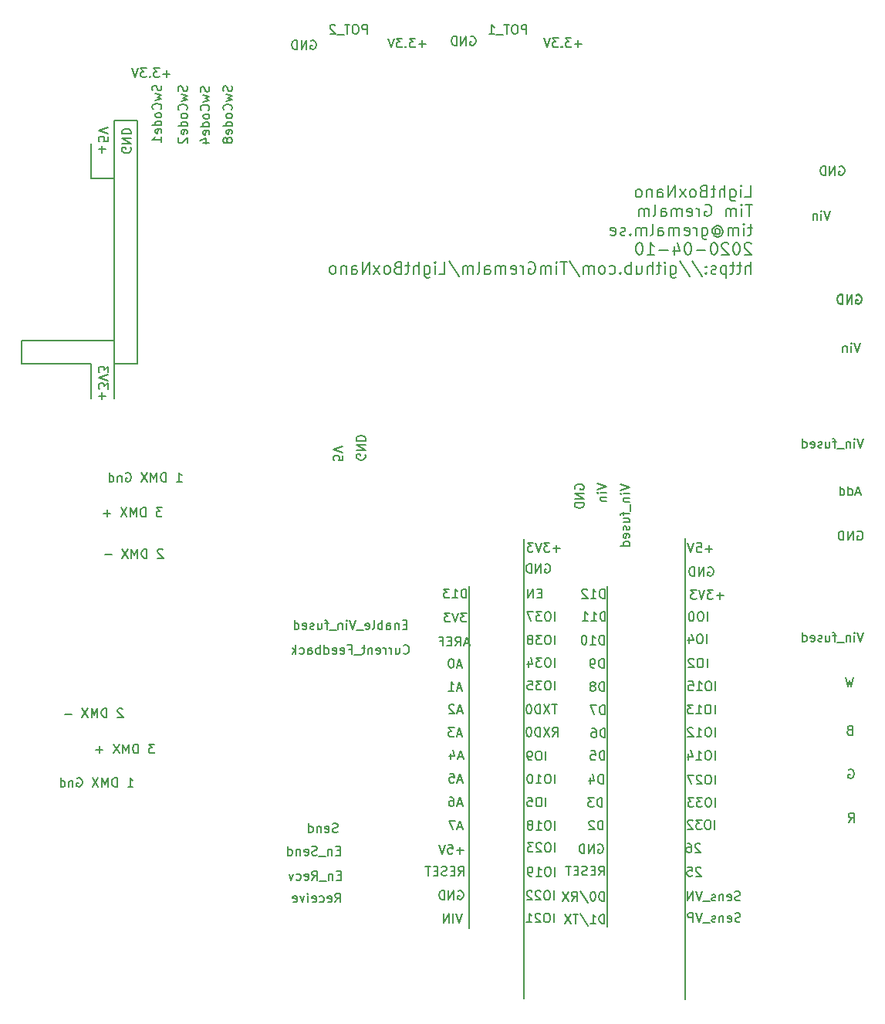
<source format=gbr>
G04 #@! TF.GenerationSoftware,KiCad,Pcbnew,(5.1.5)-2*
G04 #@! TF.CreationDate,2020-04-10T18:30:35+02:00*
G04 #@! TF.ProjectId,LightBoxNano,4c696768-7442-46f7-984e-616e6f2e6b69,rev?*
G04 #@! TF.SameCoordinates,Original*
G04 #@! TF.FileFunction,Legend,Bot*
G04 #@! TF.FilePolarity,Positive*
%FSLAX46Y46*%
G04 Gerber Fmt 4.6, Leading zero omitted, Abs format (unit mm)*
G04 Created by KiCad (PCBNEW (5.1.5)-2) date 2020-04-10 18:30:35*
%MOMM*%
%LPD*%
G04 APERTURE LIST*
%ADD10C,0.150000*%
G04 APERTURE END LIST*
D10*
X173120000Y-91460000D02*
X173120000Y-141990000D01*
X155390000Y-91540000D02*
X155390000Y-141950000D01*
X149400000Y-96710000D02*
X149400000Y-134270000D01*
X164540000Y-96710000D02*
X164540000Y-134090000D01*
X164284285Y-98052380D02*
X164284285Y-97052380D01*
X164046190Y-97052380D01*
X163903333Y-97100000D01*
X163808095Y-97195238D01*
X163760476Y-97290476D01*
X163712857Y-97480952D01*
X163712857Y-97623809D01*
X163760476Y-97814285D01*
X163808095Y-97909523D01*
X163903333Y-98004761D01*
X164046190Y-98052380D01*
X164284285Y-98052380D01*
X162760476Y-98052380D02*
X163331904Y-98052380D01*
X163046190Y-98052380D02*
X163046190Y-97052380D01*
X163141428Y-97195238D01*
X163236666Y-97290476D01*
X163331904Y-97338095D01*
X162379523Y-97147619D02*
X162331904Y-97100000D01*
X162236666Y-97052380D01*
X161998571Y-97052380D01*
X161903333Y-97100000D01*
X161855714Y-97147619D01*
X161808095Y-97242857D01*
X161808095Y-97338095D01*
X161855714Y-97480952D01*
X162427142Y-98052380D01*
X161808095Y-98052380D01*
X164344285Y-100552380D02*
X164344285Y-99552380D01*
X164106190Y-99552380D01*
X163963333Y-99600000D01*
X163868095Y-99695238D01*
X163820476Y-99790476D01*
X163772857Y-99980952D01*
X163772857Y-100123809D01*
X163820476Y-100314285D01*
X163868095Y-100409523D01*
X163963333Y-100504761D01*
X164106190Y-100552380D01*
X164344285Y-100552380D01*
X162820476Y-100552380D02*
X163391904Y-100552380D01*
X163106190Y-100552380D02*
X163106190Y-99552380D01*
X163201428Y-99695238D01*
X163296666Y-99790476D01*
X163391904Y-99838095D01*
X161868095Y-100552380D02*
X162439523Y-100552380D01*
X162153809Y-100552380D02*
X162153809Y-99552380D01*
X162249047Y-99695238D01*
X162344285Y-99790476D01*
X162439523Y-99838095D01*
X164234285Y-103132380D02*
X164234285Y-102132380D01*
X163996190Y-102132380D01*
X163853333Y-102180000D01*
X163758095Y-102275238D01*
X163710476Y-102370476D01*
X163662857Y-102560952D01*
X163662857Y-102703809D01*
X163710476Y-102894285D01*
X163758095Y-102989523D01*
X163853333Y-103084761D01*
X163996190Y-103132380D01*
X164234285Y-103132380D01*
X162710476Y-103132380D02*
X163281904Y-103132380D01*
X162996190Y-103132380D02*
X162996190Y-102132380D01*
X163091428Y-102275238D01*
X163186666Y-102370476D01*
X163281904Y-102418095D01*
X162091428Y-102132380D02*
X161996190Y-102132380D01*
X161900952Y-102180000D01*
X161853333Y-102227619D01*
X161805714Y-102322857D01*
X161758095Y-102513333D01*
X161758095Y-102751428D01*
X161805714Y-102941904D01*
X161853333Y-103037142D01*
X161900952Y-103084761D01*
X161996190Y-103132380D01*
X162091428Y-103132380D01*
X162186666Y-103084761D01*
X162234285Y-103037142D01*
X162281904Y-102941904D01*
X162329523Y-102751428D01*
X162329523Y-102513333D01*
X162281904Y-102322857D01*
X162234285Y-102227619D01*
X162186666Y-102180000D01*
X162091428Y-102132380D01*
X164198095Y-105702380D02*
X164198095Y-104702380D01*
X163960000Y-104702380D01*
X163817142Y-104750000D01*
X163721904Y-104845238D01*
X163674285Y-104940476D01*
X163626666Y-105130952D01*
X163626666Y-105273809D01*
X163674285Y-105464285D01*
X163721904Y-105559523D01*
X163817142Y-105654761D01*
X163960000Y-105702380D01*
X164198095Y-105702380D01*
X163150476Y-105702380D02*
X162960000Y-105702380D01*
X162864761Y-105654761D01*
X162817142Y-105607142D01*
X162721904Y-105464285D01*
X162674285Y-105273809D01*
X162674285Y-104892857D01*
X162721904Y-104797619D01*
X162769523Y-104750000D01*
X162864761Y-104702380D01*
X163055238Y-104702380D01*
X163150476Y-104750000D01*
X163198095Y-104797619D01*
X163245714Y-104892857D01*
X163245714Y-105130952D01*
X163198095Y-105226190D01*
X163150476Y-105273809D01*
X163055238Y-105321428D01*
X162864761Y-105321428D01*
X162769523Y-105273809D01*
X162721904Y-105226190D01*
X162674285Y-105130952D01*
X164218095Y-108252380D02*
X164218095Y-107252380D01*
X163980000Y-107252380D01*
X163837142Y-107300000D01*
X163741904Y-107395238D01*
X163694285Y-107490476D01*
X163646666Y-107680952D01*
X163646666Y-107823809D01*
X163694285Y-108014285D01*
X163741904Y-108109523D01*
X163837142Y-108204761D01*
X163980000Y-108252380D01*
X164218095Y-108252380D01*
X163075238Y-107680952D02*
X163170476Y-107633333D01*
X163218095Y-107585714D01*
X163265714Y-107490476D01*
X163265714Y-107442857D01*
X163218095Y-107347619D01*
X163170476Y-107300000D01*
X163075238Y-107252380D01*
X162884761Y-107252380D01*
X162789523Y-107300000D01*
X162741904Y-107347619D01*
X162694285Y-107442857D01*
X162694285Y-107490476D01*
X162741904Y-107585714D01*
X162789523Y-107633333D01*
X162884761Y-107680952D01*
X163075238Y-107680952D01*
X163170476Y-107728571D01*
X163218095Y-107776190D01*
X163265714Y-107871428D01*
X163265714Y-108061904D01*
X163218095Y-108157142D01*
X163170476Y-108204761D01*
X163075238Y-108252380D01*
X162884761Y-108252380D01*
X162789523Y-108204761D01*
X162741904Y-108157142D01*
X162694285Y-108061904D01*
X162694285Y-107871428D01*
X162741904Y-107776190D01*
X162789523Y-107728571D01*
X162884761Y-107680952D01*
X164288095Y-110802380D02*
X164288095Y-109802380D01*
X164050000Y-109802380D01*
X163907142Y-109850000D01*
X163811904Y-109945238D01*
X163764285Y-110040476D01*
X163716666Y-110230952D01*
X163716666Y-110373809D01*
X163764285Y-110564285D01*
X163811904Y-110659523D01*
X163907142Y-110754761D01*
X164050000Y-110802380D01*
X164288095Y-110802380D01*
X163383333Y-109802380D02*
X162716666Y-109802380D01*
X163145238Y-110802380D01*
X164348095Y-113322380D02*
X164348095Y-112322380D01*
X164110000Y-112322380D01*
X163967142Y-112370000D01*
X163871904Y-112465238D01*
X163824285Y-112560476D01*
X163776666Y-112750952D01*
X163776666Y-112893809D01*
X163824285Y-113084285D01*
X163871904Y-113179523D01*
X163967142Y-113274761D01*
X164110000Y-113322380D01*
X164348095Y-113322380D01*
X162919523Y-112322380D02*
X163110000Y-112322380D01*
X163205238Y-112370000D01*
X163252857Y-112417619D01*
X163348095Y-112560476D01*
X163395714Y-112750952D01*
X163395714Y-113131904D01*
X163348095Y-113227142D01*
X163300476Y-113274761D01*
X163205238Y-113322380D01*
X163014761Y-113322380D01*
X162919523Y-113274761D01*
X162871904Y-113227142D01*
X162824285Y-113131904D01*
X162824285Y-112893809D01*
X162871904Y-112798571D01*
X162919523Y-112750952D01*
X163014761Y-112703333D01*
X163205238Y-112703333D01*
X163300476Y-112750952D01*
X163348095Y-112798571D01*
X163395714Y-112893809D01*
X164258095Y-115792380D02*
X164258095Y-114792380D01*
X164020000Y-114792380D01*
X163877142Y-114840000D01*
X163781904Y-114935238D01*
X163734285Y-115030476D01*
X163686666Y-115220952D01*
X163686666Y-115363809D01*
X163734285Y-115554285D01*
X163781904Y-115649523D01*
X163877142Y-115744761D01*
X164020000Y-115792380D01*
X164258095Y-115792380D01*
X162781904Y-114792380D02*
X163258095Y-114792380D01*
X163305714Y-115268571D01*
X163258095Y-115220952D01*
X163162857Y-115173333D01*
X162924761Y-115173333D01*
X162829523Y-115220952D01*
X162781904Y-115268571D01*
X162734285Y-115363809D01*
X162734285Y-115601904D01*
X162781904Y-115697142D01*
X162829523Y-115744761D01*
X162924761Y-115792380D01*
X163162857Y-115792380D01*
X163258095Y-115744761D01*
X163305714Y-115697142D01*
X164118095Y-118382380D02*
X164118095Y-117382380D01*
X163880000Y-117382380D01*
X163737142Y-117430000D01*
X163641904Y-117525238D01*
X163594285Y-117620476D01*
X163546666Y-117810952D01*
X163546666Y-117953809D01*
X163594285Y-118144285D01*
X163641904Y-118239523D01*
X163737142Y-118334761D01*
X163880000Y-118382380D01*
X164118095Y-118382380D01*
X162689523Y-117715714D02*
X162689523Y-118382380D01*
X162927619Y-117334761D02*
X163165714Y-118049047D01*
X162546666Y-118049047D01*
X164008095Y-120952380D02*
X164008095Y-119952380D01*
X163770000Y-119952380D01*
X163627142Y-120000000D01*
X163531904Y-120095238D01*
X163484285Y-120190476D01*
X163436666Y-120380952D01*
X163436666Y-120523809D01*
X163484285Y-120714285D01*
X163531904Y-120809523D01*
X163627142Y-120904761D01*
X163770000Y-120952380D01*
X164008095Y-120952380D01*
X163103333Y-119952380D02*
X162484285Y-119952380D01*
X162817619Y-120333333D01*
X162674761Y-120333333D01*
X162579523Y-120380952D01*
X162531904Y-120428571D01*
X162484285Y-120523809D01*
X162484285Y-120761904D01*
X162531904Y-120857142D01*
X162579523Y-120904761D01*
X162674761Y-120952380D01*
X162960476Y-120952380D01*
X163055714Y-120904761D01*
X163103333Y-120857142D01*
X164098095Y-123432380D02*
X164098095Y-122432380D01*
X163860000Y-122432380D01*
X163717142Y-122480000D01*
X163621904Y-122575238D01*
X163574285Y-122670476D01*
X163526666Y-122860952D01*
X163526666Y-123003809D01*
X163574285Y-123194285D01*
X163621904Y-123289523D01*
X163717142Y-123384761D01*
X163860000Y-123432380D01*
X164098095Y-123432380D01*
X163145714Y-122527619D02*
X163098095Y-122480000D01*
X163002857Y-122432380D01*
X162764761Y-122432380D01*
X162669523Y-122480000D01*
X162621904Y-122527619D01*
X162574285Y-122622857D01*
X162574285Y-122718095D01*
X162621904Y-122860952D01*
X163193333Y-123432380D01*
X162574285Y-123432380D01*
X164238095Y-131242380D02*
X164238095Y-130242380D01*
X164000000Y-130242380D01*
X163857142Y-130290000D01*
X163761904Y-130385238D01*
X163714285Y-130480476D01*
X163666666Y-130670952D01*
X163666666Y-130813809D01*
X163714285Y-131004285D01*
X163761904Y-131099523D01*
X163857142Y-131194761D01*
X164000000Y-131242380D01*
X164238095Y-131242380D01*
X163047619Y-130242380D02*
X162952380Y-130242380D01*
X162857142Y-130290000D01*
X162809523Y-130337619D01*
X162761904Y-130432857D01*
X162714285Y-130623333D01*
X162714285Y-130861428D01*
X162761904Y-131051904D01*
X162809523Y-131147142D01*
X162857142Y-131194761D01*
X162952380Y-131242380D01*
X163047619Y-131242380D01*
X163142857Y-131194761D01*
X163190476Y-131147142D01*
X163238095Y-131051904D01*
X163285714Y-130861428D01*
X163285714Y-130623333D01*
X163238095Y-130432857D01*
X163190476Y-130337619D01*
X163142857Y-130290000D01*
X163047619Y-130242380D01*
X161571428Y-130194761D02*
X162428571Y-131480476D01*
X160666666Y-131242380D02*
X161000000Y-130766190D01*
X161238095Y-131242380D02*
X161238095Y-130242380D01*
X160857142Y-130242380D01*
X160761904Y-130290000D01*
X160714285Y-130337619D01*
X160666666Y-130432857D01*
X160666666Y-130575714D01*
X160714285Y-130670952D01*
X160761904Y-130718571D01*
X160857142Y-130766190D01*
X161238095Y-130766190D01*
X160333333Y-130242380D02*
X159666666Y-131242380D01*
X159666666Y-130242380D02*
X160333333Y-131242380D01*
X164249047Y-133722380D02*
X164249047Y-132722380D01*
X164010952Y-132722380D01*
X163868095Y-132770000D01*
X163772857Y-132865238D01*
X163725238Y-132960476D01*
X163677619Y-133150952D01*
X163677619Y-133293809D01*
X163725238Y-133484285D01*
X163772857Y-133579523D01*
X163868095Y-133674761D01*
X164010952Y-133722380D01*
X164249047Y-133722380D01*
X162725238Y-133722380D02*
X163296666Y-133722380D01*
X163010952Y-133722380D02*
X163010952Y-132722380D01*
X163106190Y-132865238D01*
X163201428Y-132960476D01*
X163296666Y-133008095D01*
X161582380Y-132674761D02*
X162439523Y-133960476D01*
X161391904Y-132722380D02*
X160820476Y-132722380D01*
X161106190Y-133722380D02*
X161106190Y-132722380D01*
X160582380Y-132722380D02*
X159915714Y-133722380D01*
X159915714Y-132722380D02*
X160582380Y-133722380D01*
X149114285Y-98032380D02*
X149114285Y-97032380D01*
X148876190Y-97032380D01*
X148733333Y-97080000D01*
X148638095Y-97175238D01*
X148590476Y-97270476D01*
X148542857Y-97460952D01*
X148542857Y-97603809D01*
X148590476Y-97794285D01*
X148638095Y-97889523D01*
X148733333Y-97984761D01*
X148876190Y-98032380D01*
X149114285Y-98032380D01*
X147590476Y-98032380D02*
X148161904Y-98032380D01*
X147876190Y-98032380D02*
X147876190Y-97032380D01*
X147971428Y-97175238D01*
X148066666Y-97270476D01*
X148161904Y-97318095D01*
X147257142Y-97032380D02*
X146638095Y-97032380D01*
X146971428Y-97413333D01*
X146828571Y-97413333D01*
X146733333Y-97460952D01*
X146685714Y-97508571D01*
X146638095Y-97603809D01*
X146638095Y-97841904D01*
X146685714Y-97937142D01*
X146733333Y-97984761D01*
X146828571Y-98032380D01*
X147114285Y-98032380D01*
X147209523Y-97984761D01*
X147257142Y-97937142D01*
X149369047Y-103006666D02*
X148892857Y-103006666D01*
X149464285Y-103292380D02*
X149130952Y-102292380D01*
X148797619Y-103292380D01*
X147892857Y-103292380D02*
X148226190Y-102816190D01*
X148464285Y-103292380D02*
X148464285Y-102292380D01*
X148083333Y-102292380D01*
X147988095Y-102340000D01*
X147940476Y-102387619D01*
X147892857Y-102482857D01*
X147892857Y-102625714D01*
X147940476Y-102720952D01*
X147988095Y-102768571D01*
X148083333Y-102816190D01*
X148464285Y-102816190D01*
X147464285Y-102768571D02*
X147130952Y-102768571D01*
X146988095Y-103292380D02*
X147464285Y-103292380D01*
X147464285Y-102292380D01*
X146988095Y-102292380D01*
X146226190Y-102768571D02*
X146559523Y-102768571D01*
X146559523Y-103292380D02*
X146559523Y-102292380D01*
X146083333Y-102292380D01*
X148594285Y-105426666D02*
X148118095Y-105426666D01*
X148689523Y-105712380D02*
X148356190Y-104712380D01*
X148022857Y-105712380D01*
X147499047Y-104712380D02*
X147403809Y-104712380D01*
X147308571Y-104760000D01*
X147260952Y-104807619D01*
X147213333Y-104902857D01*
X147165714Y-105093333D01*
X147165714Y-105331428D01*
X147213333Y-105521904D01*
X147260952Y-105617142D01*
X147308571Y-105664761D01*
X147403809Y-105712380D01*
X147499047Y-105712380D01*
X147594285Y-105664761D01*
X147641904Y-105617142D01*
X147689523Y-105521904D01*
X147737142Y-105331428D01*
X147737142Y-105093333D01*
X147689523Y-104902857D01*
X147641904Y-104807619D01*
X147594285Y-104760000D01*
X147499047Y-104712380D01*
X148594285Y-107926666D02*
X148118095Y-107926666D01*
X148689523Y-108212380D02*
X148356190Y-107212380D01*
X148022857Y-108212380D01*
X147165714Y-108212380D02*
X147737142Y-108212380D01*
X147451428Y-108212380D02*
X147451428Y-107212380D01*
X147546666Y-107355238D01*
X147641904Y-107450476D01*
X147737142Y-107498095D01*
X148614285Y-110426666D02*
X148138095Y-110426666D01*
X148709523Y-110712380D02*
X148376190Y-109712380D01*
X148042857Y-110712380D01*
X147757142Y-109807619D02*
X147709523Y-109760000D01*
X147614285Y-109712380D01*
X147376190Y-109712380D01*
X147280952Y-109760000D01*
X147233333Y-109807619D01*
X147185714Y-109902857D01*
X147185714Y-109998095D01*
X147233333Y-110140952D01*
X147804761Y-110712380D01*
X147185714Y-110712380D01*
X148594285Y-112976666D02*
X148118095Y-112976666D01*
X148689523Y-113262380D02*
X148356190Y-112262380D01*
X148022857Y-113262380D01*
X147784761Y-112262380D02*
X147165714Y-112262380D01*
X147499047Y-112643333D01*
X147356190Y-112643333D01*
X147260952Y-112690952D01*
X147213333Y-112738571D01*
X147165714Y-112833809D01*
X147165714Y-113071904D01*
X147213333Y-113167142D01*
X147260952Y-113214761D01*
X147356190Y-113262380D01*
X147641904Y-113262380D01*
X147737142Y-113214761D01*
X147784761Y-113167142D01*
X148694285Y-115446666D02*
X148218095Y-115446666D01*
X148789523Y-115732380D02*
X148456190Y-114732380D01*
X148122857Y-115732380D01*
X147360952Y-115065714D02*
X147360952Y-115732380D01*
X147599047Y-114684761D02*
X147837142Y-115399047D01*
X147218095Y-115399047D01*
X148644285Y-117996666D02*
X148168095Y-117996666D01*
X148739523Y-118282380D02*
X148406190Y-117282380D01*
X148072857Y-118282380D01*
X147263333Y-117282380D02*
X147739523Y-117282380D01*
X147787142Y-117758571D01*
X147739523Y-117710952D01*
X147644285Y-117663333D01*
X147406190Y-117663333D01*
X147310952Y-117710952D01*
X147263333Y-117758571D01*
X147215714Y-117853809D01*
X147215714Y-118091904D01*
X147263333Y-118187142D01*
X147310952Y-118234761D01*
X147406190Y-118282380D01*
X147644285Y-118282380D01*
X147739523Y-118234761D01*
X147787142Y-118187142D01*
X148614285Y-120576666D02*
X148138095Y-120576666D01*
X148709523Y-120862380D02*
X148376190Y-119862380D01*
X148042857Y-120862380D01*
X147280952Y-119862380D02*
X147471428Y-119862380D01*
X147566666Y-119910000D01*
X147614285Y-119957619D01*
X147709523Y-120100476D01*
X147757142Y-120290952D01*
X147757142Y-120671904D01*
X147709523Y-120767142D01*
X147661904Y-120814761D01*
X147566666Y-120862380D01*
X147376190Y-120862380D01*
X147280952Y-120814761D01*
X147233333Y-120767142D01*
X147185714Y-120671904D01*
X147185714Y-120433809D01*
X147233333Y-120338571D01*
X147280952Y-120290952D01*
X147376190Y-120243333D01*
X147566666Y-120243333D01*
X147661904Y-120290952D01*
X147709523Y-120338571D01*
X147757142Y-120433809D01*
X148664285Y-123146666D02*
X148188095Y-123146666D01*
X148759523Y-123432380D02*
X148426190Y-122432380D01*
X148092857Y-123432380D01*
X147854761Y-122432380D02*
X147188095Y-122432380D01*
X147616666Y-123432380D01*
X163662380Y-128432380D02*
X163995714Y-127956190D01*
X164233809Y-128432380D02*
X164233809Y-127432380D01*
X163852857Y-127432380D01*
X163757619Y-127480000D01*
X163710000Y-127527619D01*
X163662380Y-127622857D01*
X163662380Y-127765714D01*
X163710000Y-127860952D01*
X163757619Y-127908571D01*
X163852857Y-127956190D01*
X164233809Y-127956190D01*
X163233809Y-127908571D02*
X162900476Y-127908571D01*
X162757619Y-128432380D02*
X163233809Y-128432380D01*
X163233809Y-127432380D01*
X162757619Y-127432380D01*
X162376666Y-128384761D02*
X162233809Y-128432380D01*
X161995714Y-128432380D01*
X161900476Y-128384761D01*
X161852857Y-128337142D01*
X161805238Y-128241904D01*
X161805238Y-128146666D01*
X161852857Y-128051428D01*
X161900476Y-128003809D01*
X161995714Y-127956190D01*
X162186190Y-127908571D01*
X162281428Y-127860952D01*
X162329047Y-127813333D01*
X162376666Y-127718095D01*
X162376666Y-127622857D01*
X162329047Y-127527619D01*
X162281428Y-127480000D01*
X162186190Y-127432380D01*
X161948095Y-127432380D01*
X161805238Y-127480000D01*
X161376666Y-127908571D02*
X161043333Y-127908571D01*
X160900476Y-128432380D02*
X161376666Y-128432380D01*
X161376666Y-127432380D01*
X160900476Y-127432380D01*
X160614761Y-127432380D02*
X160043333Y-127432380D01*
X160329047Y-128432380D02*
X160329047Y-127432380D01*
X148252380Y-128482380D02*
X148585714Y-128006190D01*
X148823809Y-128482380D02*
X148823809Y-127482380D01*
X148442857Y-127482380D01*
X148347619Y-127530000D01*
X148300000Y-127577619D01*
X148252380Y-127672857D01*
X148252380Y-127815714D01*
X148300000Y-127910952D01*
X148347619Y-127958571D01*
X148442857Y-128006190D01*
X148823809Y-128006190D01*
X147823809Y-127958571D02*
X147490476Y-127958571D01*
X147347619Y-128482380D02*
X147823809Y-128482380D01*
X147823809Y-127482380D01*
X147347619Y-127482380D01*
X146966666Y-128434761D02*
X146823809Y-128482380D01*
X146585714Y-128482380D01*
X146490476Y-128434761D01*
X146442857Y-128387142D01*
X146395238Y-128291904D01*
X146395238Y-128196666D01*
X146442857Y-128101428D01*
X146490476Y-128053809D01*
X146585714Y-128006190D01*
X146776190Y-127958571D01*
X146871428Y-127910952D01*
X146919047Y-127863333D01*
X146966666Y-127768095D01*
X146966666Y-127672857D01*
X146919047Y-127577619D01*
X146871428Y-127530000D01*
X146776190Y-127482380D01*
X146538095Y-127482380D01*
X146395238Y-127530000D01*
X145966666Y-127958571D02*
X145633333Y-127958571D01*
X145490476Y-128482380D02*
X145966666Y-128482380D01*
X145966666Y-127482380D01*
X145490476Y-127482380D01*
X145204761Y-127482380D02*
X144633333Y-127482380D01*
X144919047Y-128482380D02*
X144919047Y-127482380D01*
X148665238Y-132612380D02*
X148331904Y-133612380D01*
X147998571Y-132612380D01*
X147665238Y-133612380D02*
X147665238Y-132612380D01*
X147189047Y-133612380D02*
X147189047Y-132612380D01*
X146617619Y-133612380D01*
X146617619Y-132612380D01*
X163581904Y-125080000D02*
X163677142Y-125032380D01*
X163820000Y-125032380D01*
X163962857Y-125080000D01*
X164058095Y-125175238D01*
X164105714Y-125270476D01*
X164153333Y-125460952D01*
X164153333Y-125603809D01*
X164105714Y-125794285D01*
X164058095Y-125889523D01*
X163962857Y-125984761D01*
X163820000Y-126032380D01*
X163724761Y-126032380D01*
X163581904Y-125984761D01*
X163534285Y-125937142D01*
X163534285Y-125603809D01*
X163724761Y-125603809D01*
X163105714Y-126032380D02*
X163105714Y-125032380D01*
X162534285Y-126032380D01*
X162534285Y-125032380D01*
X162058095Y-126032380D02*
X162058095Y-125032380D01*
X161820000Y-125032380D01*
X161677142Y-125080000D01*
X161581904Y-125175238D01*
X161534285Y-125270476D01*
X161486666Y-125460952D01*
X161486666Y-125603809D01*
X161534285Y-125794285D01*
X161581904Y-125889523D01*
X161677142Y-125984761D01*
X161820000Y-126032380D01*
X162058095Y-126032380D01*
X149138095Y-99662380D02*
X148519047Y-99662380D01*
X148852380Y-100043333D01*
X148709523Y-100043333D01*
X148614285Y-100090952D01*
X148566666Y-100138571D01*
X148519047Y-100233809D01*
X148519047Y-100471904D01*
X148566666Y-100567142D01*
X148614285Y-100614761D01*
X148709523Y-100662380D01*
X148995238Y-100662380D01*
X149090476Y-100614761D01*
X149138095Y-100567142D01*
X148233333Y-99662380D02*
X147900000Y-100662380D01*
X147566666Y-99662380D01*
X147328571Y-99662380D02*
X146709523Y-99662380D01*
X147042857Y-100043333D01*
X146900000Y-100043333D01*
X146804761Y-100090952D01*
X146757142Y-100138571D01*
X146709523Y-100233809D01*
X146709523Y-100471904D01*
X146757142Y-100567142D01*
X146804761Y-100614761D01*
X146900000Y-100662380D01*
X147185714Y-100662380D01*
X147280952Y-100614761D01*
X147328571Y-100567142D01*
X148825714Y-125691428D02*
X148063809Y-125691428D01*
X148444761Y-126072380D02*
X148444761Y-125310476D01*
X147111428Y-125072380D02*
X147587619Y-125072380D01*
X147635238Y-125548571D01*
X147587619Y-125500952D01*
X147492380Y-125453333D01*
X147254285Y-125453333D01*
X147159047Y-125500952D01*
X147111428Y-125548571D01*
X147063809Y-125643809D01*
X147063809Y-125881904D01*
X147111428Y-125977142D01*
X147159047Y-126024761D01*
X147254285Y-126072380D01*
X147492380Y-126072380D01*
X147587619Y-126024761D01*
X147635238Y-125977142D01*
X146778095Y-125072380D02*
X146444761Y-126072380D01*
X146111428Y-125072380D01*
X148221904Y-130140000D02*
X148317142Y-130092380D01*
X148460000Y-130092380D01*
X148602857Y-130140000D01*
X148698095Y-130235238D01*
X148745714Y-130330476D01*
X148793333Y-130520952D01*
X148793333Y-130663809D01*
X148745714Y-130854285D01*
X148698095Y-130949523D01*
X148602857Y-131044761D01*
X148460000Y-131092380D01*
X148364761Y-131092380D01*
X148221904Y-131044761D01*
X148174285Y-130997142D01*
X148174285Y-130663809D01*
X148364761Y-130663809D01*
X147745714Y-131092380D02*
X147745714Y-130092380D01*
X147174285Y-131092380D01*
X147174285Y-130092380D01*
X146698095Y-131092380D02*
X146698095Y-130092380D01*
X146460000Y-130092380D01*
X146317142Y-130140000D01*
X146221904Y-130235238D01*
X146174285Y-130330476D01*
X146126666Y-130520952D01*
X146126666Y-130663809D01*
X146174285Y-130854285D01*
X146221904Y-130949523D01*
X146317142Y-131044761D01*
X146460000Y-131092380D01*
X146698095Y-131092380D01*
X158716190Y-133602380D02*
X158716190Y-132602380D01*
X158049523Y-132602380D02*
X157859047Y-132602380D01*
X157763809Y-132650000D01*
X157668571Y-132745238D01*
X157620952Y-132935714D01*
X157620952Y-133269047D01*
X157668571Y-133459523D01*
X157763809Y-133554761D01*
X157859047Y-133602380D01*
X158049523Y-133602380D01*
X158144761Y-133554761D01*
X158240000Y-133459523D01*
X158287619Y-133269047D01*
X158287619Y-132935714D01*
X158240000Y-132745238D01*
X158144761Y-132650000D01*
X158049523Y-132602380D01*
X157240000Y-132697619D02*
X157192380Y-132650000D01*
X157097142Y-132602380D01*
X156859047Y-132602380D01*
X156763809Y-132650000D01*
X156716190Y-132697619D01*
X156668571Y-132792857D01*
X156668571Y-132888095D01*
X156716190Y-133030952D01*
X157287619Y-133602380D01*
X156668571Y-133602380D01*
X155716190Y-133602380D02*
X156287619Y-133602380D01*
X156001904Y-133602380D02*
X156001904Y-132602380D01*
X156097142Y-132745238D01*
X156192380Y-132840476D01*
X156287619Y-132888095D01*
X158736190Y-131132380D02*
X158736190Y-130132380D01*
X158069523Y-130132380D02*
X157879047Y-130132380D01*
X157783809Y-130180000D01*
X157688571Y-130275238D01*
X157640952Y-130465714D01*
X157640952Y-130799047D01*
X157688571Y-130989523D01*
X157783809Y-131084761D01*
X157879047Y-131132380D01*
X158069523Y-131132380D01*
X158164761Y-131084761D01*
X158260000Y-130989523D01*
X158307619Y-130799047D01*
X158307619Y-130465714D01*
X158260000Y-130275238D01*
X158164761Y-130180000D01*
X158069523Y-130132380D01*
X157260000Y-130227619D02*
X157212380Y-130180000D01*
X157117142Y-130132380D01*
X156879047Y-130132380D01*
X156783809Y-130180000D01*
X156736190Y-130227619D01*
X156688571Y-130322857D01*
X156688571Y-130418095D01*
X156736190Y-130560952D01*
X157307619Y-131132380D01*
X156688571Y-131132380D01*
X156307619Y-130227619D02*
X156260000Y-130180000D01*
X156164761Y-130132380D01*
X155926666Y-130132380D01*
X155831428Y-130180000D01*
X155783809Y-130227619D01*
X155736190Y-130322857D01*
X155736190Y-130418095D01*
X155783809Y-130560952D01*
X156355238Y-131132380D01*
X155736190Y-131132380D01*
X158816190Y-128532380D02*
X158816190Y-127532380D01*
X158149523Y-127532380D02*
X157959047Y-127532380D01*
X157863809Y-127580000D01*
X157768571Y-127675238D01*
X157720952Y-127865714D01*
X157720952Y-128199047D01*
X157768571Y-128389523D01*
X157863809Y-128484761D01*
X157959047Y-128532380D01*
X158149523Y-128532380D01*
X158244761Y-128484761D01*
X158340000Y-128389523D01*
X158387619Y-128199047D01*
X158387619Y-127865714D01*
X158340000Y-127675238D01*
X158244761Y-127580000D01*
X158149523Y-127532380D01*
X156768571Y-128532380D02*
X157340000Y-128532380D01*
X157054285Y-128532380D02*
X157054285Y-127532380D01*
X157149523Y-127675238D01*
X157244761Y-127770476D01*
X157340000Y-127818095D01*
X156292380Y-128532380D02*
X156101904Y-128532380D01*
X156006666Y-128484761D01*
X155959047Y-128437142D01*
X155863809Y-128294285D01*
X155816190Y-128103809D01*
X155816190Y-127722857D01*
X155863809Y-127627619D01*
X155911428Y-127580000D01*
X156006666Y-127532380D01*
X156197142Y-127532380D01*
X156292380Y-127580000D01*
X156340000Y-127627619D01*
X156387619Y-127722857D01*
X156387619Y-127960952D01*
X156340000Y-128056190D01*
X156292380Y-128103809D01*
X156197142Y-128151428D01*
X156006666Y-128151428D01*
X155911428Y-128103809D01*
X155863809Y-128056190D01*
X155816190Y-127960952D01*
X158816190Y-125882380D02*
X158816190Y-124882380D01*
X158149523Y-124882380D02*
X157959047Y-124882380D01*
X157863809Y-124930000D01*
X157768571Y-125025238D01*
X157720952Y-125215714D01*
X157720952Y-125549047D01*
X157768571Y-125739523D01*
X157863809Y-125834761D01*
X157959047Y-125882380D01*
X158149523Y-125882380D01*
X158244761Y-125834761D01*
X158340000Y-125739523D01*
X158387619Y-125549047D01*
X158387619Y-125215714D01*
X158340000Y-125025238D01*
X158244761Y-124930000D01*
X158149523Y-124882380D01*
X157340000Y-124977619D02*
X157292380Y-124930000D01*
X157197142Y-124882380D01*
X156959047Y-124882380D01*
X156863809Y-124930000D01*
X156816190Y-124977619D01*
X156768571Y-125072857D01*
X156768571Y-125168095D01*
X156816190Y-125310952D01*
X157387619Y-125882380D01*
X156768571Y-125882380D01*
X156435238Y-124882380D02*
X155816190Y-124882380D01*
X156149523Y-125263333D01*
X156006666Y-125263333D01*
X155911428Y-125310952D01*
X155863809Y-125358571D01*
X155816190Y-125453809D01*
X155816190Y-125691904D01*
X155863809Y-125787142D01*
X155911428Y-125834761D01*
X156006666Y-125882380D01*
X156292380Y-125882380D01*
X156387619Y-125834761D01*
X156435238Y-125787142D01*
X158816190Y-123452380D02*
X158816190Y-122452380D01*
X158149523Y-122452380D02*
X157959047Y-122452380D01*
X157863809Y-122500000D01*
X157768571Y-122595238D01*
X157720952Y-122785714D01*
X157720952Y-123119047D01*
X157768571Y-123309523D01*
X157863809Y-123404761D01*
X157959047Y-123452380D01*
X158149523Y-123452380D01*
X158244761Y-123404761D01*
X158340000Y-123309523D01*
X158387619Y-123119047D01*
X158387619Y-122785714D01*
X158340000Y-122595238D01*
X158244761Y-122500000D01*
X158149523Y-122452380D01*
X156768571Y-123452380D02*
X157340000Y-123452380D01*
X157054285Y-123452380D02*
X157054285Y-122452380D01*
X157149523Y-122595238D01*
X157244761Y-122690476D01*
X157340000Y-122738095D01*
X156197142Y-122880952D02*
X156292380Y-122833333D01*
X156340000Y-122785714D01*
X156387619Y-122690476D01*
X156387619Y-122642857D01*
X156340000Y-122547619D01*
X156292380Y-122500000D01*
X156197142Y-122452380D01*
X156006666Y-122452380D01*
X155911428Y-122500000D01*
X155863809Y-122547619D01*
X155816190Y-122642857D01*
X155816190Y-122690476D01*
X155863809Y-122785714D01*
X155911428Y-122833333D01*
X156006666Y-122880952D01*
X156197142Y-122880952D01*
X156292380Y-122928571D01*
X156340000Y-122976190D01*
X156387619Y-123071428D01*
X156387619Y-123261904D01*
X156340000Y-123357142D01*
X156292380Y-123404761D01*
X156197142Y-123452380D01*
X156006666Y-123452380D01*
X155911428Y-123404761D01*
X155863809Y-123357142D01*
X155816190Y-123261904D01*
X155816190Y-123071428D01*
X155863809Y-122976190D01*
X155911428Y-122928571D01*
X156006666Y-122880952D01*
X157840000Y-120892380D02*
X157840000Y-119892380D01*
X157173333Y-119892380D02*
X156982857Y-119892380D01*
X156887619Y-119940000D01*
X156792380Y-120035238D01*
X156744761Y-120225714D01*
X156744761Y-120559047D01*
X156792380Y-120749523D01*
X156887619Y-120844761D01*
X156982857Y-120892380D01*
X157173333Y-120892380D01*
X157268571Y-120844761D01*
X157363809Y-120749523D01*
X157411428Y-120559047D01*
X157411428Y-120225714D01*
X157363809Y-120035238D01*
X157268571Y-119940000D01*
X157173333Y-119892380D01*
X155840000Y-119892380D02*
X156316190Y-119892380D01*
X156363809Y-120368571D01*
X156316190Y-120320952D01*
X156220952Y-120273333D01*
X155982857Y-120273333D01*
X155887619Y-120320952D01*
X155840000Y-120368571D01*
X155792380Y-120463809D01*
X155792380Y-120701904D01*
X155840000Y-120797142D01*
X155887619Y-120844761D01*
X155982857Y-120892380D01*
X156220952Y-120892380D01*
X156316190Y-120844761D01*
X156363809Y-120797142D01*
X158806190Y-118362380D02*
X158806190Y-117362380D01*
X158139523Y-117362380D02*
X157949047Y-117362380D01*
X157853809Y-117410000D01*
X157758571Y-117505238D01*
X157710952Y-117695714D01*
X157710952Y-118029047D01*
X157758571Y-118219523D01*
X157853809Y-118314761D01*
X157949047Y-118362380D01*
X158139523Y-118362380D01*
X158234761Y-118314761D01*
X158330000Y-118219523D01*
X158377619Y-118029047D01*
X158377619Y-117695714D01*
X158330000Y-117505238D01*
X158234761Y-117410000D01*
X158139523Y-117362380D01*
X156758571Y-118362380D02*
X157330000Y-118362380D01*
X157044285Y-118362380D02*
X157044285Y-117362380D01*
X157139523Y-117505238D01*
X157234761Y-117600476D01*
X157330000Y-117648095D01*
X156139523Y-117362380D02*
X156044285Y-117362380D01*
X155949047Y-117410000D01*
X155901428Y-117457619D01*
X155853809Y-117552857D01*
X155806190Y-117743333D01*
X155806190Y-117981428D01*
X155853809Y-118171904D01*
X155901428Y-118267142D01*
X155949047Y-118314761D01*
X156044285Y-118362380D01*
X156139523Y-118362380D01*
X156234761Y-118314761D01*
X156282380Y-118267142D01*
X156330000Y-118171904D01*
X156377619Y-117981428D01*
X156377619Y-117743333D01*
X156330000Y-117552857D01*
X156282380Y-117457619D01*
X156234761Y-117410000D01*
X156139523Y-117362380D01*
X157820000Y-115812380D02*
X157820000Y-114812380D01*
X157153333Y-114812380D02*
X156962857Y-114812380D01*
X156867619Y-114860000D01*
X156772380Y-114955238D01*
X156724761Y-115145714D01*
X156724761Y-115479047D01*
X156772380Y-115669523D01*
X156867619Y-115764761D01*
X156962857Y-115812380D01*
X157153333Y-115812380D01*
X157248571Y-115764761D01*
X157343809Y-115669523D01*
X157391428Y-115479047D01*
X157391428Y-115145714D01*
X157343809Y-114955238D01*
X157248571Y-114860000D01*
X157153333Y-114812380D01*
X156248571Y-115812380D02*
X156058095Y-115812380D01*
X155962857Y-115764761D01*
X155915238Y-115717142D01*
X155820000Y-115574285D01*
X155772380Y-115383809D01*
X155772380Y-115002857D01*
X155820000Y-114907619D01*
X155867619Y-114860000D01*
X155962857Y-114812380D01*
X156153333Y-114812380D01*
X156248571Y-114860000D01*
X156296190Y-114907619D01*
X156343809Y-115002857D01*
X156343809Y-115240952D01*
X156296190Y-115336190D01*
X156248571Y-115383809D01*
X156153333Y-115431428D01*
X155962857Y-115431428D01*
X155867619Y-115383809D01*
X155820000Y-115336190D01*
X155772380Y-115240952D01*
X158592857Y-113212380D02*
X158926190Y-112736190D01*
X159164285Y-113212380D02*
X159164285Y-112212380D01*
X158783333Y-112212380D01*
X158688095Y-112260000D01*
X158640476Y-112307619D01*
X158592857Y-112402857D01*
X158592857Y-112545714D01*
X158640476Y-112640952D01*
X158688095Y-112688571D01*
X158783333Y-112736190D01*
X159164285Y-112736190D01*
X158259523Y-112212380D02*
X157592857Y-113212380D01*
X157592857Y-112212380D02*
X158259523Y-113212380D01*
X157211904Y-113212380D02*
X157211904Y-112212380D01*
X156973809Y-112212380D01*
X156830952Y-112260000D01*
X156735714Y-112355238D01*
X156688095Y-112450476D01*
X156640476Y-112640952D01*
X156640476Y-112783809D01*
X156688095Y-112974285D01*
X156735714Y-113069523D01*
X156830952Y-113164761D01*
X156973809Y-113212380D01*
X157211904Y-113212380D01*
X156021428Y-112212380D02*
X155926190Y-112212380D01*
X155830952Y-112260000D01*
X155783333Y-112307619D01*
X155735714Y-112402857D01*
X155688095Y-112593333D01*
X155688095Y-112831428D01*
X155735714Y-113021904D01*
X155783333Y-113117142D01*
X155830952Y-113164761D01*
X155926190Y-113212380D01*
X156021428Y-113212380D01*
X156116666Y-113164761D01*
X156164285Y-113117142D01*
X156211904Y-113021904D01*
X156259523Y-112831428D01*
X156259523Y-112593333D01*
X156211904Y-112402857D01*
X156164285Y-112307619D01*
X156116666Y-112260000D01*
X156021428Y-112212380D01*
X159068095Y-109712380D02*
X158496666Y-109712380D01*
X158782380Y-110712380D02*
X158782380Y-109712380D01*
X158258571Y-109712380D02*
X157591904Y-110712380D01*
X157591904Y-109712380D02*
X158258571Y-110712380D01*
X157210952Y-110712380D02*
X157210952Y-109712380D01*
X156972857Y-109712380D01*
X156830000Y-109760000D01*
X156734761Y-109855238D01*
X156687142Y-109950476D01*
X156639523Y-110140952D01*
X156639523Y-110283809D01*
X156687142Y-110474285D01*
X156734761Y-110569523D01*
X156830000Y-110664761D01*
X156972857Y-110712380D01*
X157210952Y-110712380D01*
X156020476Y-109712380D02*
X155925238Y-109712380D01*
X155830000Y-109760000D01*
X155782380Y-109807619D01*
X155734761Y-109902857D01*
X155687142Y-110093333D01*
X155687142Y-110331428D01*
X155734761Y-110521904D01*
X155782380Y-110617142D01*
X155830000Y-110664761D01*
X155925238Y-110712380D01*
X156020476Y-110712380D01*
X156115714Y-110664761D01*
X156163333Y-110617142D01*
X156210952Y-110521904D01*
X156258571Y-110331428D01*
X156258571Y-110093333D01*
X156210952Y-109902857D01*
X156163333Y-109807619D01*
X156115714Y-109760000D01*
X156020476Y-109712380D01*
X158806190Y-108112380D02*
X158806190Y-107112380D01*
X158139523Y-107112380D02*
X157949047Y-107112380D01*
X157853809Y-107160000D01*
X157758571Y-107255238D01*
X157710952Y-107445714D01*
X157710952Y-107779047D01*
X157758571Y-107969523D01*
X157853809Y-108064761D01*
X157949047Y-108112380D01*
X158139523Y-108112380D01*
X158234761Y-108064761D01*
X158330000Y-107969523D01*
X158377619Y-107779047D01*
X158377619Y-107445714D01*
X158330000Y-107255238D01*
X158234761Y-107160000D01*
X158139523Y-107112380D01*
X157377619Y-107112380D02*
X156758571Y-107112380D01*
X157091904Y-107493333D01*
X156949047Y-107493333D01*
X156853809Y-107540952D01*
X156806190Y-107588571D01*
X156758571Y-107683809D01*
X156758571Y-107921904D01*
X156806190Y-108017142D01*
X156853809Y-108064761D01*
X156949047Y-108112380D01*
X157234761Y-108112380D01*
X157330000Y-108064761D01*
X157377619Y-108017142D01*
X155853809Y-107112380D02*
X156330000Y-107112380D01*
X156377619Y-107588571D01*
X156330000Y-107540952D01*
X156234761Y-107493333D01*
X155996666Y-107493333D01*
X155901428Y-107540952D01*
X155853809Y-107588571D01*
X155806190Y-107683809D01*
X155806190Y-107921904D01*
X155853809Y-108017142D01*
X155901428Y-108064761D01*
X155996666Y-108112380D01*
X156234761Y-108112380D01*
X156330000Y-108064761D01*
X156377619Y-108017142D01*
X158816190Y-105602380D02*
X158816190Y-104602380D01*
X158149523Y-104602380D02*
X157959047Y-104602380D01*
X157863809Y-104650000D01*
X157768571Y-104745238D01*
X157720952Y-104935714D01*
X157720952Y-105269047D01*
X157768571Y-105459523D01*
X157863809Y-105554761D01*
X157959047Y-105602380D01*
X158149523Y-105602380D01*
X158244761Y-105554761D01*
X158340000Y-105459523D01*
X158387619Y-105269047D01*
X158387619Y-104935714D01*
X158340000Y-104745238D01*
X158244761Y-104650000D01*
X158149523Y-104602380D01*
X157387619Y-104602380D02*
X156768571Y-104602380D01*
X157101904Y-104983333D01*
X156959047Y-104983333D01*
X156863809Y-105030952D01*
X156816190Y-105078571D01*
X156768571Y-105173809D01*
X156768571Y-105411904D01*
X156816190Y-105507142D01*
X156863809Y-105554761D01*
X156959047Y-105602380D01*
X157244761Y-105602380D01*
X157340000Y-105554761D01*
X157387619Y-105507142D01*
X155911428Y-104935714D02*
X155911428Y-105602380D01*
X156149523Y-104554761D02*
X156387619Y-105269047D01*
X155768571Y-105269047D01*
X158816190Y-103122380D02*
X158816190Y-102122380D01*
X158149523Y-102122380D02*
X157959047Y-102122380D01*
X157863809Y-102170000D01*
X157768571Y-102265238D01*
X157720952Y-102455714D01*
X157720952Y-102789047D01*
X157768571Y-102979523D01*
X157863809Y-103074761D01*
X157959047Y-103122380D01*
X158149523Y-103122380D01*
X158244761Y-103074761D01*
X158340000Y-102979523D01*
X158387619Y-102789047D01*
X158387619Y-102455714D01*
X158340000Y-102265238D01*
X158244761Y-102170000D01*
X158149523Y-102122380D01*
X157387619Y-102122380D02*
X156768571Y-102122380D01*
X157101904Y-102503333D01*
X156959047Y-102503333D01*
X156863809Y-102550952D01*
X156816190Y-102598571D01*
X156768571Y-102693809D01*
X156768571Y-102931904D01*
X156816190Y-103027142D01*
X156863809Y-103074761D01*
X156959047Y-103122380D01*
X157244761Y-103122380D01*
X157340000Y-103074761D01*
X157387619Y-103027142D01*
X156197142Y-102550952D02*
X156292380Y-102503333D01*
X156340000Y-102455714D01*
X156387619Y-102360476D01*
X156387619Y-102312857D01*
X156340000Y-102217619D01*
X156292380Y-102170000D01*
X156197142Y-102122380D01*
X156006666Y-102122380D01*
X155911428Y-102170000D01*
X155863809Y-102217619D01*
X155816190Y-102312857D01*
X155816190Y-102360476D01*
X155863809Y-102455714D01*
X155911428Y-102503333D01*
X156006666Y-102550952D01*
X156197142Y-102550952D01*
X156292380Y-102598571D01*
X156340000Y-102646190D01*
X156387619Y-102741428D01*
X156387619Y-102931904D01*
X156340000Y-103027142D01*
X156292380Y-103074761D01*
X156197142Y-103122380D01*
X156006666Y-103122380D01*
X155911428Y-103074761D01*
X155863809Y-103027142D01*
X155816190Y-102931904D01*
X155816190Y-102741428D01*
X155863809Y-102646190D01*
X155911428Y-102598571D01*
X156006666Y-102550952D01*
X158816190Y-100552380D02*
X158816190Y-99552380D01*
X158149523Y-99552380D02*
X157959047Y-99552380D01*
X157863809Y-99600000D01*
X157768571Y-99695238D01*
X157720952Y-99885714D01*
X157720952Y-100219047D01*
X157768571Y-100409523D01*
X157863809Y-100504761D01*
X157959047Y-100552380D01*
X158149523Y-100552380D01*
X158244761Y-100504761D01*
X158340000Y-100409523D01*
X158387619Y-100219047D01*
X158387619Y-99885714D01*
X158340000Y-99695238D01*
X158244761Y-99600000D01*
X158149523Y-99552380D01*
X157387619Y-99552380D02*
X156768571Y-99552380D01*
X157101904Y-99933333D01*
X156959047Y-99933333D01*
X156863809Y-99980952D01*
X156816190Y-100028571D01*
X156768571Y-100123809D01*
X156768571Y-100361904D01*
X156816190Y-100457142D01*
X156863809Y-100504761D01*
X156959047Y-100552380D01*
X157244761Y-100552380D01*
X157340000Y-100504761D01*
X157387619Y-100457142D01*
X156435238Y-99552380D02*
X155768571Y-99552380D01*
X156197142Y-100552380D01*
X157338095Y-97518571D02*
X157004761Y-97518571D01*
X156861904Y-98042380D02*
X157338095Y-98042380D01*
X157338095Y-97042380D01*
X156861904Y-97042380D01*
X156433333Y-98042380D02*
X156433333Y-97042380D01*
X155861904Y-98042380D01*
X155861904Y-97042380D01*
X157761904Y-94340000D02*
X157857142Y-94292380D01*
X158000000Y-94292380D01*
X158142857Y-94340000D01*
X158238095Y-94435238D01*
X158285714Y-94530476D01*
X158333333Y-94720952D01*
X158333333Y-94863809D01*
X158285714Y-95054285D01*
X158238095Y-95149523D01*
X158142857Y-95244761D01*
X158000000Y-95292380D01*
X157904761Y-95292380D01*
X157761904Y-95244761D01*
X157714285Y-95197142D01*
X157714285Y-94863809D01*
X157904761Y-94863809D01*
X157285714Y-95292380D02*
X157285714Y-94292380D01*
X156714285Y-95292380D01*
X156714285Y-94292380D01*
X156238095Y-95292380D02*
X156238095Y-94292380D01*
X156000000Y-94292380D01*
X155857142Y-94340000D01*
X155761904Y-94435238D01*
X155714285Y-94530476D01*
X155666666Y-94720952D01*
X155666666Y-94863809D01*
X155714285Y-95054285D01*
X155761904Y-95149523D01*
X155857142Y-95244761D01*
X156000000Y-95292380D01*
X156238095Y-95292380D01*
X179170952Y-133504761D02*
X179028095Y-133552380D01*
X178790000Y-133552380D01*
X178694761Y-133504761D01*
X178647142Y-133457142D01*
X178599523Y-133361904D01*
X178599523Y-133266666D01*
X178647142Y-133171428D01*
X178694761Y-133123809D01*
X178790000Y-133076190D01*
X178980476Y-133028571D01*
X179075714Y-132980952D01*
X179123333Y-132933333D01*
X179170952Y-132838095D01*
X179170952Y-132742857D01*
X179123333Y-132647619D01*
X179075714Y-132600000D01*
X178980476Y-132552380D01*
X178742380Y-132552380D01*
X178599523Y-132600000D01*
X177790000Y-133504761D02*
X177885238Y-133552380D01*
X178075714Y-133552380D01*
X178170952Y-133504761D01*
X178218571Y-133409523D01*
X178218571Y-133028571D01*
X178170952Y-132933333D01*
X178075714Y-132885714D01*
X177885238Y-132885714D01*
X177790000Y-132933333D01*
X177742380Y-133028571D01*
X177742380Y-133123809D01*
X178218571Y-133219047D01*
X177313809Y-132885714D02*
X177313809Y-133552380D01*
X177313809Y-132980952D02*
X177266190Y-132933333D01*
X177170952Y-132885714D01*
X177028095Y-132885714D01*
X176932857Y-132933333D01*
X176885238Y-133028571D01*
X176885238Y-133552380D01*
X176456666Y-133504761D02*
X176361428Y-133552380D01*
X176170952Y-133552380D01*
X176075714Y-133504761D01*
X176028095Y-133409523D01*
X176028095Y-133361904D01*
X176075714Y-133266666D01*
X176170952Y-133219047D01*
X176313809Y-133219047D01*
X176409047Y-133171428D01*
X176456666Y-133076190D01*
X176456666Y-133028571D01*
X176409047Y-132933333D01*
X176313809Y-132885714D01*
X176170952Y-132885714D01*
X176075714Y-132933333D01*
X175837619Y-133647619D02*
X175075714Y-133647619D01*
X174980476Y-132552380D02*
X174647142Y-133552380D01*
X174313809Y-132552380D01*
X173980476Y-133552380D02*
X173980476Y-132552380D01*
X173599523Y-132552380D01*
X173504285Y-132600000D01*
X173456666Y-132647619D01*
X173409047Y-132742857D01*
X173409047Y-132885714D01*
X173456666Y-132980952D01*
X173504285Y-133028571D01*
X173599523Y-133076190D01*
X173980476Y-133076190D01*
X179154761Y-131164761D02*
X179011904Y-131212380D01*
X178773809Y-131212380D01*
X178678571Y-131164761D01*
X178630952Y-131117142D01*
X178583333Y-131021904D01*
X178583333Y-130926666D01*
X178630952Y-130831428D01*
X178678571Y-130783809D01*
X178773809Y-130736190D01*
X178964285Y-130688571D01*
X179059523Y-130640952D01*
X179107142Y-130593333D01*
X179154761Y-130498095D01*
X179154761Y-130402857D01*
X179107142Y-130307619D01*
X179059523Y-130260000D01*
X178964285Y-130212380D01*
X178726190Y-130212380D01*
X178583333Y-130260000D01*
X177773809Y-131164761D02*
X177869047Y-131212380D01*
X178059523Y-131212380D01*
X178154761Y-131164761D01*
X178202380Y-131069523D01*
X178202380Y-130688571D01*
X178154761Y-130593333D01*
X178059523Y-130545714D01*
X177869047Y-130545714D01*
X177773809Y-130593333D01*
X177726190Y-130688571D01*
X177726190Y-130783809D01*
X178202380Y-130879047D01*
X177297619Y-130545714D02*
X177297619Y-131212380D01*
X177297619Y-130640952D02*
X177250000Y-130593333D01*
X177154761Y-130545714D01*
X177011904Y-130545714D01*
X176916666Y-130593333D01*
X176869047Y-130688571D01*
X176869047Y-131212380D01*
X176440476Y-131164761D02*
X176345238Y-131212380D01*
X176154761Y-131212380D01*
X176059523Y-131164761D01*
X176011904Y-131069523D01*
X176011904Y-131021904D01*
X176059523Y-130926666D01*
X176154761Y-130879047D01*
X176297619Y-130879047D01*
X176392857Y-130831428D01*
X176440476Y-130736190D01*
X176440476Y-130688571D01*
X176392857Y-130593333D01*
X176297619Y-130545714D01*
X176154761Y-130545714D01*
X176059523Y-130593333D01*
X175821428Y-131307619D02*
X175059523Y-131307619D01*
X174964285Y-130212380D02*
X174630952Y-131212380D01*
X174297619Y-130212380D01*
X173964285Y-131212380D02*
X173964285Y-130212380D01*
X173392857Y-131212380D01*
X173392857Y-130212380D01*
X174851904Y-127627619D02*
X174804285Y-127580000D01*
X174709047Y-127532380D01*
X174470952Y-127532380D01*
X174375714Y-127580000D01*
X174328095Y-127627619D01*
X174280476Y-127722857D01*
X174280476Y-127818095D01*
X174328095Y-127960952D01*
X174899523Y-128532380D01*
X174280476Y-128532380D01*
X173375714Y-127532380D02*
X173851904Y-127532380D01*
X173899523Y-128008571D01*
X173851904Y-127960952D01*
X173756666Y-127913333D01*
X173518571Y-127913333D01*
X173423333Y-127960952D01*
X173375714Y-128008571D01*
X173328095Y-128103809D01*
X173328095Y-128341904D01*
X173375714Y-128437142D01*
X173423333Y-128484761D01*
X173518571Y-128532380D01*
X173756666Y-128532380D01*
X173851904Y-128484761D01*
X173899523Y-128437142D01*
X174771904Y-125037619D02*
X174724285Y-124990000D01*
X174629047Y-124942380D01*
X174390952Y-124942380D01*
X174295714Y-124990000D01*
X174248095Y-125037619D01*
X174200476Y-125132857D01*
X174200476Y-125228095D01*
X174248095Y-125370952D01*
X174819523Y-125942380D01*
X174200476Y-125942380D01*
X173343333Y-124942380D02*
X173533809Y-124942380D01*
X173629047Y-124990000D01*
X173676666Y-125037619D01*
X173771904Y-125180476D01*
X173819523Y-125370952D01*
X173819523Y-125751904D01*
X173771904Y-125847142D01*
X173724285Y-125894761D01*
X173629047Y-125942380D01*
X173438571Y-125942380D01*
X173343333Y-125894761D01*
X173295714Y-125847142D01*
X173248095Y-125751904D01*
X173248095Y-125513809D01*
X173295714Y-125418571D01*
X173343333Y-125370952D01*
X173438571Y-125323333D01*
X173629047Y-125323333D01*
X173724285Y-125370952D01*
X173771904Y-125418571D01*
X173819523Y-125513809D01*
X176376190Y-123372380D02*
X176376190Y-122372380D01*
X175709523Y-122372380D02*
X175519047Y-122372380D01*
X175423809Y-122420000D01*
X175328571Y-122515238D01*
X175280952Y-122705714D01*
X175280952Y-123039047D01*
X175328571Y-123229523D01*
X175423809Y-123324761D01*
X175519047Y-123372380D01*
X175709523Y-123372380D01*
X175804761Y-123324761D01*
X175900000Y-123229523D01*
X175947619Y-123039047D01*
X175947619Y-122705714D01*
X175900000Y-122515238D01*
X175804761Y-122420000D01*
X175709523Y-122372380D01*
X174947619Y-122372380D02*
X174328571Y-122372380D01*
X174661904Y-122753333D01*
X174519047Y-122753333D01*
X174423809Y-122800952D01*
X174376190Y-122848571D01*
X174328571Y-122943809D01*
X174328571Y-123181904D01*
X174376190Y-123277142D01*
X174423809Y-123324761D01*
X174519047Y-123372380D01*
X174804761Y-123372380D01*
X174900000Y-123324761D01*
X174947619Y-123277142D01*
X173947619Y-122467619D02*
X173900000Y-122420000D01*
X173804761Y-122372380D01*
X173566666Y-122372380D01*
X173471428Y-122420000D01*
X173423809Y-122467619D01*
X173376190Y-122562857D01*
X173376190Y-122658095D01*
X173423809Y-122800952D01*
X173995238Y-123372380D01*
X173376190Y-123372380D01*
X176426190Y-120942380D02*
X176426190Y-119942380D01*
X175759523Y-119942380D02*
X175569047Y-119942380D01*
X175473809Y-119990000D01*
X175378571Y-120085238D01*
X175330952Y-120275714D01*
X175330952Y-120609047D01*
X175378571Y-120799523D01*
X175473809Y-120894761D01*
X175569047Y-120942380D01*
X175759523Y-120942380D01*
X175854761Y-120894761D01*
X175950000Y-120799523D01*
X175997619Y-120609047D01*
X175997619Y-120275714D01*
X175950000Y-120085238D01*
X175854761Y-119990000D01*
X175759523Y-119942380D01*
X174997619Y-119942380D02*
X174378571Y-119942380D01*
X174711904Y-120323333D01*
X174569047Y-120323333D01*
X174473809Y-120370952D01*
X174426190Y-120418571D01*
X174378571Y-120513809D01*
X174378571Y-120751904D01*
X174426190Y-120847142D01*
X174473809Y-120894761D01*
X174569047Y-120942380D01*
X174854761Y-120942380D01*
X174950000Y-120894761D01*
X174997619Y-120847142D01*
X174045238Y-119942380D02*
X173426190Y-119942380D01*
X173759523Y-120323333D01*
X173616666Y-120323333D01*
X173521428Y-120370952D01*
X173473809Y-120418571D01*
X173426190Y-120513809D01*
X173426190Y-120751904D01*
X173473809Y-120847142D01*
X173521428Y-120894761D01*
X173616666Y-120942380D01*
X173902380Y-120942380D01*
X173997619Y-120894761D01*
X174045238Y-120847142D01*
X176406190Y-118442380D02*
X176406190Y-117442380D01*
X175739523Y-117442380D02*
X175549047Y-117442380D01*
X175453809Y-117490000D01*
X175358571Y-117585238D01*
X175310952Y-117775714D01*
X175310952Y-118109047D01*
X175358571Y-118299523D01*
X175453809Y-118394761D01*
X175549047Y-118442380D01*
X175739523Y-118442380D01*
X175834761Y-118394761D01*
X175930000Y-118299523D01*
X175977619Y-118109047D01*
X175977619Y-117775714D01*
X175930000Y-117585238D01*
X175834761Y-117490000D01*
X175739523Y-117442380D01*
X174930000Y-117537619D02*
X174882380Y-117490000D01*
X174787142Y-117442380D01*
X174549047Y-117442380D01*
X174453809Y-117490000D01*
X174406190Y-117537619D01*
X174358571Y-117632857D01*
X174358571Y-117728095D01*
X174406190Y-117870952D01*
X174977619Y-118442380D01*
X174358571Y-118442380D01*
X174025238Y-117442380D02*
X173358571Y-117442380D01*
X173787142Y-118442380D01*
X176396190Y-115772380D02*
X176396190Y-114772380D01*
X175729523Y-114772380D02*
X175539047Y-114772380D01*
X175443809Y-114820000D01*
X175348571Y-114915238D01*
X175300952Y-115105714D01*
X175300952Y-115439047D01*
X175348571Y-115629523D01*
X175443809Y-115724761D01*
X175539047Y-115772380D01*
X175729523Y-115772380D01*
X175824761Y-115724761D01*
X175920000Y-115629523D01*
X175967619Y-115439047D01*
X175967619Y-115105714D01*
X175920000Y-114915238D01*
X175824761Y-114820000D01*
X175729523Y-114772380D01*
X174348571Y-115772380D02*
X174920000Y-115772380D01*
X174634285Y-115772380D02*
X174634285Y-114772380D01*
X174729523Y-114915238D01*
X174824761Y-115010476D01*
X174920000Y-115058095D01*
X173491428Y-115105714D02*
X173491428Y-115772380D01*
X173729523Y-114724761D02*
X173967619Y-115439047D01*
X173348571Y-115439047D01*
X176406190Y-113232380D02*
X176406190Y-112232380D01*
X175739523Y-112232380D02*
X175549047Y-112232380D01*
X175453809Y-112280000D01*
X175358571Y-112375238D01*
X175310952Y-112565714D01*
X175310952Y-112899047D01*
X175358571Y-113089523D01*
X175453809Y-113184761D01*
X175549047Y-113232380D01*
X175739523Y-113232380D01*
X175834761Y-113184761D01*
X175930000Y-113089523D01*
X175977619Y-112899047D01*
X175977619Y-112565714D01*
X175930000Y-112375238D01*
X175834761Y-112280000D01*
X175739523Y-112232380D01*
X174358571Y-113232380D02*
X174930000Y-113232380D01*
X174644285Y-113232380D02*
X174644285Y-112232380D01*
X174739523Y-112375238D01*
X174834761Y-112470476D01*
X174930000Y-112518095D01*
X173977619Y-112327619D02*
X173930000Y-112280000D01*
X173834761Y-112232380D01*
X173596666Y-112232380D01*
X173501428Y-112280000D01*
X173453809Y-112327619D01*
X173406190Y-112422857D01*
X173406190Y-112518095D01*
X173453809Y-112660952D01*
X174025238Y-113232380D01*
X173406190Y-113232380D01*
X176386190Y-110742380D02*
X176386190Y-109742380D01*
X175719523Y-109742380D02*
X175529047Y-109742380D01*
X175433809Y-109790000D01*
X175338571Y-109885238D01*
X175290952Y-110075714D01*
X175290952Y-110409047D01*
X175338571Y-110599523D01*
X175433809Y-110694761D01*
X175529047Y-110742380D01*
X175719523Y-110742380D01*
X175814761Y-110694761D01*
X175910000Y-110599523D01*
X175957619Y-110409047D01*
X175957619Y-110075714D01*
X175910000Y-109885238D01*
X175814761Y-109790000D01*
X175719523Y-109742380D01*
X174338571Y-110742380D02*
X174910000Y-110742380D01*
X174624285Y-110742380D02*
X174624285Y-109742380D01*
X174719523Y-109885238D01*
X174814761Y-109980476D01*
X174910000Y-110028095D01*
X174005238Y-109742380D02*
X173386190Y-109742380D01*
X173719523Y-110123333D01*
X173576666Y-110123333D01*
X173481428Y-110170952D01*
X173433809Y-110218571D01*
X173386190Y-110313809D01*
X173386190Y-110551904D01*
X173433809Y-110647142D01*
X173481428Y-110694761D01*
X173576666Y-110742380D01*
X173862380Y-110742380D01*
X173957619Y-110694761D01*
X174005238Y-110647142D01*
X176446190Y-108182380D02*
X176446190Y-107182380D01*
X175779523Y-107182380D02*
X175589047Y-107182380D01*
X175493809Y-107230000D01*
X175398571Y-107325238D01*
X175350952Y-107515714D01*
X175350952Y-107849047D01*
X175398571Y-108039523D01*
X175493809Y-108134761D01*
X175589047Y-108182380D01*
X175779523Y-108182380D01*
X175874761Y-108134761D01*
X175970000Y-108039523D01*
X176017619Y-107849047D01*
X176017619Y-107515714D01*
X175970000Y-107325238D01*
X175874761Y-107230000D01*
X175779523Y-107182380D01*
X174398571Y-108182380D02*
X174970000Y-108182380D01*
X174684285Y-108182380D02*
X174684285Y-107182380D01*
X174779523Y-107325238D01*
X174874761Y-107420476D01*
X174970000Y-107468095D01*
X173493809Y-107182380D02*
X173970000Y-107182380D01*
X174017619Y-107658571D01*
X173970000Y-107610952D01*
X173874761Y-107563333D01*
X173636666Y-107563333D01*
X173541428Y-107610952D01*
X173493809Y-107658571D01*
X173446190Y-107753809D01*
X173446190Y-107991904D01*
X173493809Y-108087142D01*
X173541428Y-108134761D01*
X173636666Y-108182380D01*
X173874761Y-108182380D01*
X173970000Y-108134761D01*
X174017619Y-108087142D01*
X175540000Y-105662380D02*
X175540000Y-104662380D01*
X174873333Y-104662380D02*
X174682857Y-104662380D01*
X174587619Y-104710000D01*
X174492380Y-104805238D01*
X174444761Y-104995714D01*
X174444761Y-105329047D01*
X174492380Y-105519523D01*
X174587619Y-105614761D01*
X174682857Y-105662380D01*
X174873333Y-105662380D01*
X174968571Y-105614761D01*
X175063809Y-105519523D01*
X175111428Y-105329047D01*
X175111428Y-104995714D01*
X175063809Y-104805238D01*
X174968571Y-104710000D01*
X174873333Y-104662380D01*
X174063809Y-104757619D02*
X174016190Y-104710000D01*
X173920952Y-104662380D01*
X173682857Y-104662380D01*
X173587619Y-104710000D01*
X173540000Y-104757619D01*
X173492380Y-104852857D01*
X173492380Y-104948095D01*
X173540000Y-105090952D01*
X174111428Y-105662380D01*
X173492380Y-105662380D01*
X175500000Y-103022380D02*
X175500000Y-102022380D01*
X174833333Y-102022380D02*
X174642857Y-102022380D01*
X174547619Y-102070000D01*
X174452380Y-102165238D01*
X174404761Y-102355714D01*
X174404761Y-102689047D01*
X174452380Y-102879523D01*
X174547619Y-102974761D01*
X174642857Y-103022380D01*
X174833333Y-103022380D01*
X174928571Y-102974761D01*
X175023809Y-102879523D01*
X175071428Y-102689047D01*
X175071428Y-102355714D01*
X175023809Y-102165238D01*
X174928571Y-102070000D01*
X174833333Y-102022380D01*
X173547619Y-102355714D02*
X173547619Y-103022380D01*
X173785714Y-101974761D02*
X174023809Y-102689047D01*
X173404761Y-102689047D01*
X175570000Y-100552380D02*
X175570000Y-99552380D01*
X174903333Y-99552380D02*
X174712857Y-99552380D01*
X174617619Y-99600000D01*
X174522380Y-99695238D01*
X174474761Y-99885714D01*
X174474761Y-100219047D01*
X174522380Y-100409523D01*
X174617619Y-100504761D01*
X174712857Y-100552380D01*
X174903333Y-100552380D01*
X174998571Y-100504761D01*
X175093809Y-100409523D01*
X175141428Y-100219047D01*
X175141428Y-99885714D01*
X175093809Y-99695238D01*
X174998571Y-99600000D01*
X174903333Y-99552380D01*
X173855714Y-99552380D02*
X173760476Y-99552380D01*
X173665238Y-99600000D01*
X173617619Y-99647619D01*
X173570000Y-99742857D01*
X173522380Y-99933333D01*
X173522380Y-100171428D01*
X173570000Y-100361904D01*
X173617619Y-100457142D01*
X173665238Y-100504761D01*
X173760476Y-100552380D01*
X173855714Y-100552380D01*
X173950952Y-100504761D01*
X173998571Y-100457142D01*
X174046190Y-100361904D01*
X174093809Y-100171428D01*
X174093809Y-99933333D01*
X174046190Y-99742857D01*
X173998571Y-99647619D01*
X173950952Y-99600000D01*
X173855714Y-99552380D01*
X176115714Y-92641428D02*
X175353809Y-92641428D01*
X175734761Y-93022380D02*
X175734761Y-92260476D01*
X174401428Y-92022380D02*
X174877619Y-92022380D01*
X174925238Y-92498571D01*
X174877619Y-92450952D01*
X174782380Y-92403333D01*
X174544285Y-92403333D01*
X174449047Y-92450952D01*
X174401428Y-92498571D01*
X174353809Y-92593809D01*
X174353809Y-92831904D01*
X174401428Y-92927142D01*
X174449047Y-92974761D01*
X174544285Y-93022380D01*
X174782380Y-93022380D01*
X174877619Y-92974761D01*
X174925238Y-92927142D01*
X174068095Y-92022380D02*
X173734761Y-93022380D01*
X173401428Y-92022380D01*
X175661904Y-94680000D02*
X175757142Y-94632380D01*
X175900000Y-94632380D01*
X176042857Y-94680000D01*
X176138095Y-94775238D01*
X176185714Y-94870476D01*
X176233333Y-95060952D01*
X176233333Y-95203809D01*
X176185714Y-95394285D01*
X176138095Y-95489523D01*
X176042857Y-95584761D01*
X175900000Y-95632380D01*
X175804761Y-95632380D01*
X175661904Y-95584761D01*
X175614285Y-95537142D01*
X175614285Y-95203809D01*
X175804761Y-95203809D01*
X175185714Y-95632380D02*
X175185714Y-94632380D01*
X174614285Y-95632380D01*
X174614285Y-94632380D01*
X174138095Y-95632380D02*
X174138095Y-94632380D01*
X173900000Y-94632380D01*
X173757142Y-94680000D01*
X173661904Y-94775238D01*
X173614285Y-94870476D01*
X173566666Y-95060952D01*
X173566666Y-95203809D01*
X173614285Y-95394285D01*
X173661904Y-95489523D01*
X173757142Y-95584761D01*
X173900000Y-95632380D01*
X174138095Y-95632380D01*
X177321904Y-97771428D02*
X176560000Y-97771428D01*
X176940952Y-98152380D02*
X176940952Y-97390476D01*
X176179047Y-97152380D02*
X175560000Y-97152380D01*
X175893333Y-97533333D01*
X175750476Y-97533333D01*
X175655238Y-97580952D01*
X175607619Y-97628571D01*
X175560000Y-97723809D01*
X175560000Y-97961904D01*
X175607619Y-98057142D01*
X175655238Y-98104761D01*
X175750476Y-98152380D01*
X176036190Y-98152380D01*
X176131428Y-98104761D01*
X176179047Y-98057142D01*
X175274285Y-97152380D02*
X174940952Y-98152380D01*
X174607619Y-97152380D01*
X174369523Y-97152380D02*
X173750476Y-97152380D01*
X174083809Y-97533333D01*
X173940952Y-97533333D01*
X173845714Y-97580952D01*
X173798095Y-97628571D01*
X173750476Y-97723809D01*
X173750476Y-97961904D01*
X173798095Y-98057142D01*
X173845714Y-98104761D01*
X173940952Y-98152380D01*
X174226666Y-98152380D01*
X174321904Y-98104761D01*
X174369523Y-98057142D01*
X159401904Y-92591428D02*
X158640000Y-92591428D01*
X159020952Y-92972380D02*
X159020952Y-92210476D01*
X158259047Y-91972380D02*
X157640000Y-91972380D01*
X157973333Y-92353333D01*
X157830476Y-92353333D01*
X157735238Y-92400952D01*
X157687619Y-92448571D01*
X157640000Y-92543809D01*
X157640000Y-92781904D01*
X157687619Y-92877142D01*
X157735238Y-92924761D01*
X157830476Y-92972380D01*
X158116190Y-92972380D01*
X158211428Y-92924761D01*
X158259047Y-92877142D01*
X157354285Y-91972380D02*
X157020952Y-92972380D01*
X156687619Y-91972380D01*
X156449523Y-91972380D02*
X155830476Y-91972380D01*
X156163809Y-92353333D01*
X156020952Y-92353333D01*
X155925714Y-92400952D01*
X155878095Y-92448571D01*
X155830476Y-92543809D01*
X155830476Y-92781904D01*
X155878095Y-92877142D01*
X155925714Y-92924761D01*
X156020952Y-92972380D01*
X156306666Y-92972380D01*
X156401904Y-92924761D01*
X156449523Y-92877142D01*
X179683928Y-54088095D02*
X180302976Y-54088095D01*
X180302976Y-52788095D01*
X179250595Y-54088095D02*
X179250595Y-53221428D01*
X179250595Y-52788095D02*
X179312500Y-52850000D01*
X179250595Y-52911904D01*
X179188690Y-52850000D01*
X179250595Y-52788095D01*
X179250595Y-52911904D01*
X178074404Y-53221428D02*
X178074404Y-54273809D01*
X178136309Y-54397619D01*
X178198214Y-54459523D01*
X178322023Y-54521428D01*
X178507738Y-54521428D01*
X178631547Y-54459523D01*
X178074404Y-54026190D02*
X178198214Y-54088095D01*
X178445833Y-54088095D01*
X178569642Y-54026190D01*
X178631547Y-53964285D01*
X178693452Y-53840476D01*
X178693452Y-53469047D01*
X178631547Y-53345238D01*
X178569642Y-53283333D01*
X178445833Y-53221428D01*
X178198214Y-53221428D01*
X178074404Y-53283333D01*
X177455357Y-54088095D02*
X177455357Y-52788095D01*
X176898214Y-54088095D02*
X176898214Y-53407142D01*
X176960119Y-53283333D01*
X177083928Y-53221428D01*
X177269642Y-53221428D01*
X177393452Y-53283333D01*
X177455357Y-53345238D01*
X176464880Y-53221428D02*
X175969642Y-53221428D01*
X176279166Y-52788095D02*
X176279166Y-53902380D01*
X176217261Y-54026190D01*
X176093452Y-54088095D01*
X175969642Y-54088095D01*
X175102976Y-53407142D02*
X174917261Y-53469047D01*
X174855357Y-53530952D01*
X174793452Y-53654761D01*
X174793452Y-53840476D01*
X174855357Y-53964285D01*
X174917261Y-54026190D01*
X175041071Y-54088095D01*
X175536309Y-54088095D01*
X175536309Y-52788095D01*
X175102976Y-52788095D01*
X174979166Y-52850000D01*
X174917261Y-52911904D01*
X174855357Y-53035714D01*
X174855357Y-53159523D01*
X174917261Y-53283333D01*
X174979166Y-53345238D01*
X175102976Y-53407142D01*
X175536309Y-53407142D01*
X174050595Y-54088095D02*
X174174404Y-54026190D01*
X174236309Y-53964285D01*
X174298214Y-53840476D01*
X174298214Y-53469047D01*
X174236309Y-53345238D01*
X174174404Y-53283333D01*
X174050595Y-53221428D01*
X173864880Y-53221428D01*
X173741071Y-53283333D01*
X173679166Y-53345238D01*
X173617261Y-53469047D01*
X173617261Y-53840476D01*
X173679166Y-53964285D01*
X173741071Y-54026190D01*
X173864880Y-54088095D01*
X174050595Y-54088095D01*
X173183928Y-54088095D02*
X172502976Y-53221428D01*
X173183928Y-53221428D02*
X172502976Y-54088095D01*
X172007738Y-54088095D02*
X172007738Y-52788095D01*
X171264880Y-54088095D01*
X171264880Y-52788095D01*
X170088690Y-54088095D02*
X170088690Y-53407142D01*
X170150595Y-53283333D01*
X170274404Y-53221428D01*
X170522023Y-53221428D01*
X170645833Y-53283333D01*
X170088690Y-54026190D02*
X170212500Y-54088095D01*
X170522023Y-54088095D01*
X170645833Y-54026190D01*
X170707738Y-53902380D01*
X170707738Y-53778571D01*
X170645833Y-53654761D01*
X170522023Y-53592857D01*
X170212500Y-53592857D01*
X170088690Y-53530952D01*
X169469642Y-53221428D02*
X169469642Y-54088095D01*
X169469642Y-53345238D02*
X169407738Y-53283333D01*
X169283928Y-53221428D01*
X169098214Y-53221428D01*
X168974404Y-53283333D01*
X168912500Y-53407142D01*
X168912500Y-54088095D01*
X168107738Y-54088095D02*
X168231547Y-54026190D01*
X168293452Y-53964285D01*
X168355357Y-53840476D01*
X168355357Y-53469047D01*
X168293452Y-53345238D01*
X168231547Y-53283333D01*
X168107738Y-53221428D01*
X167922023Y-53221428D01*
X167798214Y-53283333D01*
X167736309Y-53345238D01*
X167674404Y-53469047D01*
X167674404Y-53840476D01*
X167736309Y-53964285D01*
X167798214Y-54026190D01*
X167922023Y-54088095D01*
X168107738Y-54088095D01*
X180488690Y-54888095D02*
X179745833Y-54888095D01*
X180117261Y-56188095D02*
X180117261Y-54888095D01*
X179312500Y-56188095D02*
X179312500Y-55321428D01*
X179312500Y-54888095D02*
X179374404Y-54950000D01*
X179312500Y-55011904D01*
X179250595Y-54950000D01*
X179312500Y-54888095D01*
X179312500Y-55011904D01*
X178693452Y-56188095D02*
X178693452Y-55321428D01*
X178693452Y-55445238D02*
X178631547Y-55383333D01*
X178507738Y-55321428D01*
X178322023Y-55321428D01*
X178198214Y-55383333D01*
X178136309Y-55507142D01*
X178136309Y-56188095D01*
X178136309Y-55507142D02*
X178074404Y-55383333D01*
X177950595Y-55321428D01*
X177764880Y-55321428D01*
X177641071Y-55383333D01*
X177579166Y-55507142D01*
X177579166Y-56188095D01*
X175288690Y-54950000D02*
X175412500Y-54888095D01*
X175598214Y-54888095D01*
X175783928Y-54950000D01*
X175907738Y-55073809D01*
X175969642Y-55197619D01*
X176031547Y-55445238D01*
X176031547Y-55630952D01*
X175969642Y-55878571D01*
X175907738Y-56002380D01*
X175783928Y-56126190D01*
X175598214Y-56188095D01*
X175474404Y-56188095D01*
X175288690Y-56126190D01*
X175226785Y-56064285D01*
X175226785Y-55630952D01*
X175474404Y-55630952D01*
X174669642Y-56188095D02*
X174669642Y-55321428D01*
X174669642Y-55569047D02*
X174607738Y-55445238D01*
X174545833Y-55383333D01*
X174422023Y-55321428D01*
X174298214Y-55321428D01*
X173369642Y-56126190D02*
X173493452Y-56188095D01*
X173741071Y-56188095D01*
X173864880Y-56126190D01*
X173926785Y-56002380D01*
X173926785Y-55507142D01*
X173864880Y-55383333D01*
X173741071Y-55321428D01*
X173493452Y-55321428D01*
X173369642Y-55383333D01*
X173307738Y-55507142D01*
X173307738Y-55630952D01*
X173926785Y-55754761D01*
X172750595Y-56188095D02*
X172750595Y-55321428D01*
X172750595Y-55445238D02*
X172688690Y-55383333D01*
X172564880Y-55321428D01*
X172379166Y-55321428D01*
X172255357Y-55383333D01*
X172193452Y-55507142D01*
X172193452Y-56188095D01*
X172193452Y-55507142D02*
X172131547Y-55383333D01*
X172007738Y-55321428D01*
X171822023Y-55321428D01*
X171698214Y-55383333D01*
X171636309Y-55507142D01*
X171636309Y-56188095D01*
X170460119Y-56188095D02*
X170460119Y-55507142D01*
X170522023Y-55383333D01*
X170645833Y-55321428D01*
X170893452Y-55321428D01*
X171017261Y-55383333D01*
X170460119Y-56126190D02*
X170583928Y-56188095D01*
X170893452Y-56188095D01*
X171017261Y-56126190D01*
X171079166Y-56002380D01*
X171079166Y-55878571D01*
X171017261Y-55754761D01*
X170893452Y-55692857D01*
X170583928Y-55692857D01*
X170460119Y-55630952D01*
X169655357Y-56188095D02*
X169779166Y-56126190D01*
X169841071Y-56002380D01*
X169841071Y-54888095D01*
X169160119Y-56188095D02*
X169160119Y-55321428D01*
X169160119Y-55445238D02*
X169098214Y-55383333D01*
X168974404Y-55321428D01*
X168788690Y-55321428D01*
X168664880Y-55383333D01*
X168602976Y-55507142D01*
X168602976Y-56188095D01*
X168602976Y-55507142D02*
X168541071Y-55383333D01*
X168417261Y-55321428D01*
X168231547Y-55321428D01*
X168107738Y-55383333D01*
X168045833Y-55507142D01*
X168045833Y-56188095D01*
X180488690Y-57421428D02*
X179993452Y-57421428D01*
X180302976Y-56988095D02*
X180302976Y-58102380D01*
X180241071Y-58226190D01*
X180117261Y-58288095D01*
X179993452Y-58288095D01*
X179560119Y-58288095D02*
X179560119Y-57421428D01*
X179560119Y-56988095D02*
X179622023Y-57050000D01*
X179560119Y-57111904D01*
X179498214Y-57050000D01*
X179560119Y-56988095D01*
X179560119Y-57111904D01*
X178941071Y-58288095D02*
X178941071Y-57421428D01*
X178941071Y-57545238D02*
X178879166Y-57483333D01*
X178755357Y-57421428D01*
X178569642Y-57421428D01*
X178445833Y-57483333D01*
X178383928Y-57607142D01*
X178383928Y-58288095D01*
X178383928Y-57607142D02*
X178322023Y-57483333D01*
X178198214Y-57421428D01*
X178012500Y-57421428D01*
X177888690Y-57483333D01*
X177826785Y-57607142D01*
X177826785Y-58288095D01*
X176402976Y-57669047D02*
X176464880Y-57607142D01*
X176588690Y-57545238D01*
X176712500Y-57545238D01*
X176836309Y-57607142D01*
X176898214Y-57669047D01*
X176960119Y-57792857D01*
X176960119Y-57916666D01*
X176898214Y-58040476D01*
X176836309Y-58102380D01*
X176712500Y-58164285D01*
X176588690Y-58164285D01*
X176464880Y-58102380D01*
X176402976Y-58040476D01*
X176402976Y-57545238D02*
X176402976Y-58040476D01*
X176341071Y-58102380D01*
X176279166Y-58102380D01*
X176155357Y-58040476D01*
X176093452Y-57916666D01*
X176093452Y-57607142D01*
X176217261Y-57421428D01*
X176402976Y-57297619D01*
X176650595Y-57235714D01*
X176898214Y-57297619D01*
X177083928Y-57421428D01*
X177207738Y-57607142D01*
X177269642Y-57854761D01*
X177207738Y-58102380D01*
X177083928Y-58288095D01*
X176898214Y-58411904D01*
X176650595Y-58473809D01*
X176402976Y-58411904D01*
X176217261Y-58288095D01*
X174979166Y-57421428D02*
X174979166Y-58473809D01*
X175041071Y-58597619D01*
X175102976Y-58659523D01*
X175226785Y-58721428D01*
X175412500Y-58721428D01*
X175536309Y-58659523D01*
X174979166Y-58226190D02*
X175102976Y-58288095D01*
X175350595Y-58288095D01*
X175474404Y-58226190D01*
X175536309Y-58164285D01*
X175598214Y-58040476D01*
X175598214Y-57669047D01*
X175536309Y-57545238D01*
X175474404Y-57483333D01*
X175350595Y-57421428D01*
X175102976Y-57421428D01*
X174979166Y-57483333D01*
X174360119Y-58288095D02*
X174360119Y-57421428D01*
X174360119Y-57669047D02*
X174298214Y-57545238D01*
X174236309Y-57483333D01*
X174112500Y-57421428D01*
X173988690Y-57421428D01*
X173060119Y-58226190D02*
X173183928Y-58288095D01*
X173431547Y-58288095D01*
X173555357Y-58226190D01*
X173617261Y-58102380D01*
X173617261Y-57607142D01*
X173555357Y-57483333D01*
X173431547Y-57421428D01*
X173183928Y-57421428D01*
X173060119Y-57483333D01*
X172998214Y-57607142D01*
X172998214Y-57730952D01*
X173617261Y-57854761D01*
X172441071Y-58288095D02*
X172441071Y-57421428D01*
X172441071Y-57545238D02*
X172379166Y-57483333D01*
X172255357Y-57421428D01*
X172069642Y-57421428D01*
X171945833Y-57483333D01*
X171883928Y-57607142D01*
X171883928Y-58288095D01*
X171883928Y-57607142D02*
X171822023Y-57483333D01*
X171698214Y-57421428D01*
X171512500Y-57421428D01*
X171388690Y-57483333D01*
X171326785Y-57607142D01*
X171326785Y-58288095D01*
X170150595Y-58288095D02*
X170150595Y-57607142D01*
X170212500Y-57483333D01*
X170336309Y-57421428D01*
X170583928Y-57421428D01*
X170707738Y-57483333D01*
X170150595Y-58226190D02*
X170274404Y-58288095D01*
X170583928Y-58288095D01*
X170707738Y-58226190D01*
X170769642Y-58102380D01*
X170769642Y-57978571D01*
X170707738Y-57854761D01*
X170583928Y-57792857D01*
X170274404Y-57792857D01*
X170150595Y-57730952D01*
X169345833Y-58288095D02*
X169469642Y-58226190D01*
X169531547Y-58102380D01*
X169531547Y-56988095D01*
X168850595Y-58288095D02*
X168850595Y-57421428D01*
X168850595Y-57545238D02*
X168788690Y-57483333D01*
X168664880Y-57421428D01*
X168479166Y-57421428D01*
X168355357Y-57483333D01*
X168293452Y-57607142D01*
X168293452Y-58288095D01*
X168293452Y-57607142D02*
X168231547Y-57483333D01*
X168107738Y-57421428D01*
X167922023Y-57421428D01*
X167798214Y-57483333D01*
X167736309Y-57607142D01*
X167736309Y-58288095D01*
X167117261Y-58164285D02*
X167055357Y-58226190D01*
X167117261Y-58288095D01*
X167179166Y-58226190D01*
X167117261Y-58164285D01*
X167117261Y-58288095D01*
X166560119Y-58226190D02*
X166436309Y-58288095D01*
X166188690Y-58288095D01*
X166064880Y-58226190D01*
X166002976Y-58102380D01*
X166002976Y-58040476D01*
X166064880Y-57916666D01*
X166188690Y-57854761D01*
X166374404Y-57854761D01*
X166498214Y-57792857D01*
X166560119Y-57669047D01*
X166560119Y-57607142D01*
X166498214Y-57483333D01*
X166374404Y-57421428D01*
X166188690Y-57421428D01*
X166064880Y-57483333D01*
X164950595Y-58226190D02*
X165074404Y-58288095D01*
X165322023Y-58288095D01*
X165445833Y-58226190D01*
X165507738Y-58102380D01*
X165507738Y-57607142D01*
X165445833Y-57483333D01*
X165322023Y-57421428D01*
X165074404Y-57421428D01*
X164950595Y-57483333D01*
X164888690Y-57607142D01*
X164888690Y-57730952D01*
X165507738Y-57854761D01*
X180364880Y-59211904D02*
X180302976Y-59150000D01*
X180179166Y-59088095D01*
X179869642Y-59088095D01*
X179745833Y-59150000D01*
X179683928Y-59211904D01*
X179622023Y-59335714D01*
X179622023Y-59459523D01*
X179683928Y-59645238D01*
X180426785Y-60388095D01*
X179622023Y-60388095D01*
X178817261Y-59088095D02*
X178693452Y-59088095D01*
X178569642Y-59150000D01*
X178507738Y-59211904D01*
X178445833Y-59335714D01*
X178383928Y-59583333D01*
X178383928Y-59892857D01*
X178445833Y-60140476D01*
X178507738Y-60264285D01*
X178569642Y-60326190D01*
X178693452Y-60388095D01*
X178817261Y-60388095D01*
X178941071Y-60326190D01*
X179002976Y-60264285D01*
X179064880Y-60140476D01*
X179126785Y-59892857D01*
X179126785Y-59583333D01*
X179064880Y-59335714D01*
X179002976Y-59211904D01*
X178941071Y-59150000D01*
X178817261Y-59088095D01*
X177888690Y-59211904D02*
X177826785Y-59150000D01*
X177702976Y-59088095D01*
X177393452Y-59088095D01*
X177269642Y-59150000D01*
X177207738Y-59211904D01*
X177145833Y-59335714D01*
X177145833Y-59459523D01*
X177207738Y-59645238D01*
X177950595Y-60388095D01*
X177145833Y-60388095D01*
X176341071Y-59088095D02*
X176217261Y-59088095D01*
X176093452Y-59150000D01*
X176031547Y-59211904D01*
X175969642Y-59335714D01*
X175907738Y-59583333D01*
X175907738Y-59892857D01*
X175969642Y-60140476D01*
X176031547Y-60264285D01*
X176093452Y-60326190D01*
X176217261Y-60388095D01*
X176341071Y-60388095D01*
X176464880Y-60326190D01*
X176526785Y-60264285D01*
X176588690Y-60140476D01*
X176650595Y-59892857D01*
X176650595Y-59583333D01*
X176588690Y-59335714D01*
X176526785Y-59211904D01*
X176464880Y-59150000D01*
X176341071Y-59088095D01*
X175350595Y-59892857D02*
X174360119Y-59892857D01*
X173493452Y-59088095D02*
X173369642Y-59088095D01*
X173245833Y-59150000D01*
X173183928Y-59211904D01*
X173122023Y-59335714D01*
X173060119Y-59583333D01*
X173060119Y-59892857D01*
X173122023Y-60140476D01*
X173183928Y-60264285D01*
X173245833Y-60326190D01*
X173369642Y-60388095D01*
X173493452Y-60388095D01*
X173617261Y-60326190D01*
X173679166Y-60264285D01*
X173741071Y-60140476D01*
X173802976Y-59892857D01*
X173802976Y-59583333D01*
X173741071Y-59335714D01*
X173679166Y-59211904D01*
X173617261Y-59150000D01*
X173493452Y-59088095D01*
X171945833Y-59521428D02*
X171945833Y-60388095D01*
X172255357Y-59026190D02*
X172564880Y-59954761D01*
X171760119Y-59954761D01*
X171264880Y-59892857D02*
X170274404Y-59892857D01*
X168974404Y-60388095D02*
X169717261Y-60388095D01*
X169345833Y-60388095D02*
X169345833Y-59088095D01*
X169469642Y-59273809D01*
X169593452Y-59397619D01*
X169717261Y-59459523D01*
X168169642Y-59088095D02*
X168045833Y-59088095D01*
X167922023Y-59150000D01*
X167860119Y-59211904D01*
X167798214Y-59335714D01*
X167736309Y-59583333D01*
X167736309Y-59892857D01*
X167798214Y-60140476D01*
X167860119Y-60264285D01*
X167922023Y-60326190D01*
X168045833Y-60388095D01*
X168169642Y-60388095D01*
X168293452Y-60326190D01*
X168355357Y-60264285D01*
X168417261Y-60140476D01*
X168479166Y-59892857D01*
X168479166Y-59583333D01*
X168417261Y-59335714D01*
X168355357Y-59211904D01*
X168293452Y-59150000D01*
X168169642Y-59088095D01*
X180302976Y-62488095D02*
X180302976Y-61188095D01*
X179745833Y-62488095D02*
X179745833Y-61807142D01*
X179807738Y-61683333D01*
X179931547Y-61621428D01*
X180117261Y-61621428D01*
X180241071Y-61683333D01*
X180302976Y-61745238D01*
X179312500Y-61621428D02*
X178817261Y-61621428D01*
X179126785Y-61188095D02*
X179126785Y-62302380D01*
X179064880Y-62426190D01*
X178941071Y-62488095D01*
X178817261Y-62488095D01*
X178569642Y-61621428D02*
X178074404Y-61621428D01*
X178383928Y-61188095D02*
X178383928Y-62302380D01*
X178322023Y-62426190D01*
X178198214Y-62488095D01*
X178074404Y-62488095D01*
X177641071Y-61621428D02*
X177641071Y-62921428D01*
X177641071Y-61683333D02*
X177517261Y-61621428D01*
X177269642Y-61621428D01*
X177145833Y-61683333D01*
X177083928Y-61745238D01*
X177022023Y-61869047D01*
X177022023Y-62240476D01*
X177083928Y-62364285D01*
X177145833Y-62426190D01*
X177269642Y-62488095D01*
X177517261Y-62488095D01*
X177641071Y-62426190D01*
X176526785Y-62426190D02*
X176402976Y-62488095D01*
X176155357Y-62488095D01*
X176031547Y-62426190D01*
X175969642Y-62302380D01*
X175969642Y-62240476D01*
X176031547Y-62116666D01*
X176155357Y-62054761D01*
X176341071Y-62054761D01*
X176464880Y-61992857D01*
X176526785Y-61869047D01*
X176526785Y-61807142D01*
X176464880Y-61683333D01*
X176341071Y-61621428D01*
X176155357Y-61621428D01*
X176031547Y-61683333D01*
X175412500Y-62364285D02*
X175350595Y-62426190D01*
X175412500Y-62488095D01*
X175474404Y-62426190D01*
X175412500Y-62364285D01*
X175412500Y-62488095D01*
X175412500Y-61683333D02*
X175350595Y-61745238D01*
X175412500Y-61807142D01*
X175474404Y-61745238D01*
X175412500Y-61683333D01*
X175412500Y-61807142D01*
X173864880Y-61126190D02*
X174979166Y-62797619D01*
X172502976Y-61126190D02*
X173617261Y-62797619D01*
X171512500Y-61621428D02*
X171512500Y-62673809D01*
X171574404Y-62797619D01*
X171636309Y-62859523D01*
X171760119Y-62921428D01*
X171945833Y-62921428D01*
X172069642Y-62859523D01*
X171512500Y-62426190D02*
X171636309Y-62488095D01*
X171883928Y-62488095D01*
X172007738Y-62426190D01*
X172069642Y-62364285D01*
X172131547Y-62240476D01*
X172131547Y-61869047D01*
X172069642Y-61745238D01*
X172007738Y-61683333D01*
X171883928Y-61621428D01*
X171636309Y-61621428D01*
X171512500Y-61683333D01*
X170893452Y-62488095D02*
X170893452Y-61621428D01*
X170893452Y-61188095D02*
X170955357Y-61250000D01*
X170893452Y-61311904D01*
X170831547Y-61250000D01*
X170893452Y-61188095D01*
X170893452Y-61311904D01*
X170460119Y-61621428D02*
X169964880Y-61621428D01*
X170274404Y-61188095D02*
X170274404Y-62302380D01*
X170212500Y-62426190D01*
X170088690Y-62488095D01*
X169964880Y-62488095D01*
X169531547Y-62488095D02*
X169531547Y-61188095D01*
X168974404Y-62488095D02*
X168974404Y-61807142D01*
X169036309Y-61683333D01*
X169160119Y-61621428D01*
X169345833Y-61621428D01*
X169469642Y-61683333D01*
X169531547Y-61745238D01*
X167798214Y-61621428D02*
X167798214Y-62488095D01*
X168355357Y-61621428D02*
X168355357Y-62302380D01*
X168293452Y-62426190D01*
X168169642Y-62488095D01*
X167983928Y-62488095D01*
X167860119Y-62426190D01*
X167798214Y-62364285D01*
X167179166Y-62488095D02*
X167179166Y-61188095D01*
X167179166Y-61683333D02*
X167055357Y-61621428D01*
X166807738Y-61621428D01*
X166683928Y-61683333D01*
X166622023Y-61745238D01*
X166560119Y-61869047D01*
X166560119Y-62240476D01*
X166622023Y-62364285D01*
X166683928Y-62426190D01*
X166807738Y-62488095D01*
X167055357Y-62488095D01*
X167179166Y-62426190D01*
X166002976Y-62364285D02*
X165941071Y-62426190D01*
X166002976Y-62488095D01*
X166064880Y-62426190D01*
X166002976Y-62364285D01*
X166002976Y-62488095D01*
X164826785Y-62426190D02*
X164950595Y-62488095D01*
X165198214Y-62488095D01*
X165322023Y-62426190D01*
X165383928Y-62364285D01*
X165445833Y-62240476D01*
X165445833Y-61869047D01*
X165383928Y-61745238D01*
X165322023Y-61683333D01*
X165198214Y-61621428D01*
X164950595Y-61621428D01*
X164826785Y-61683333D01*
X164083928Y-62488095D02*
X164207738Y-62426190D01*
X164269642Y-62364285D01*
X164331547Y-62240476D01*
X164331547Y-61869047D01*
X164269642Y-61745238D01*
X164207738Y-61683333D01*
X164083928Y-61621428D01*
X163898214Y-61621428D01*
X163774404Y-61683333D01*
X163712500Y-61745238D01*
X163650595Y-61869047D01*
X163650595Y-62240476D01*
X163712500Y-62364285D01*
X163774404Y-62426190D01*
X163898214Y-62488095D01*
X164083928Y-62488095D01*
X163093452Y-62488095D02*
X163093452Y-61621428D01*
X163093452Y-61745238D02*
X163031547Y-61683333D01*
X162907738Y-61621428D01*
X162722023Y-61621428D01*
X162598214Y-61683333D01*
X162536309Y-61807142D01*
X162536309Y-62488095D01*
X162536309Y-61807142D02*
X162474404Y-61683333D01*
X162350595Y-61621428D01*
X162164880Y-61621428D01*
X162041071Y-61683333D01*
X161979166Y-61807142D01*
X161979166Y-62488095D01*
X160431547Y-61126190D02*
X161545833Y-62797619D01*
X160183928Y-61188095D02*
X159441071Y-61188095D01*
X159812500Y-62488095D02*
X159812500Y-61188095D01*
X159007738Y-62488095D02*
X159007738Y-61621428D01*
X159007738Y-61188095D02*
X159069642Y-61250000D01*
X159007738Y-61311904D01*
X158945833Y-61250000D01*
X159007738Y-61188095D01*
X159007738Y-61311904D01*
X158388690Y-62488095D02*
X158388690Y-61621428D01*
X158388690Y-61745238D02*
X158326785Y-61683333D01*
X158202976Y-61621428D01*
X158017261Y-61621428D01*
X157893452Y-61683333D01*
X157831547Y-61807142D01*
X157831547Y-62488095D01*
X157831547Y-61807142D02*
X157769642Y-61683333D01*
X157645833Y-61621428D01*
X157460119Y-61621428D01*
X157336309Y-61683333D01*
X157274404Y-61807142D01*
X157274404Y-62488095D01*
X155974404Y-61250000D02*
X156098214Y-61188095D01*
X156283928Y-61188095D01*
X156469642Y-61250000D01*
X156593452Y-61373809D01*
X156655357Y-61497619D01*
X156717261Y-61745238D01*
X156717261Y-61930952D01*
X156655357Y-62178571D01*
X156593452Y-62302380D01*
X156469642Y-62426190D01*
X156283928Y-62488095D01*
X156160119Y-62488095D01*
X155974404Y-62426190D01*
X155912500Y-62364285D01*
X155912500Y-61930952D01*
X156160119Y-61930952D01*
X155355357Y-62488095D02*
X155355357Y-61621428D01*
X155355357Y-61869047D02*
X155293452Y-61745238D01*
X155231547Y-61683333D01*
X155107738Y-61621428D01*
X154983928Y-61621428D01*
X154055357Y-62426190D02*
X154179166Y-62488095D01*
X154426785Y-62488095D01*
X154550595Y-62426190D01*
X154612500Y-62302380D01*
X154612500Y-61807142D01*
X154550595Y-61683333D01*
X154426785Y-61621428D01*
X154179166Y-61621428D01*
X154055357Y-61683333D01*
X153993452Y-61807142D01*
X153993452Y-61930952D01*
X154612500Y-62054761D01*
X153436309Y-62488095D02*
X153436309Y-61621428D01*
X153436309Y-61745238D02*
X153374404Y-61683333D01*
X153250595Y-61621428D01*
X153064880Y-61621428D01*
X152941071Y-61683333D01*
X152879166Y-61807142D01*
X152879166Y-62488095D01*
X152879166Y-61807142D02*
X152817261Y-61683333D01*
X152693452Y-61621428D01*
X152507738Y-61621428D01*
X152383928Y-61683333D01*
X152322023Y-61807142D01*
X152322023Y-62488095D01*
X151145833Y-62488095D02*
X151145833Y-61807142D01*
X151207738Y-61683333D01*
X151331547Y-61621428D01*
X151579166Y-61621428D01*
X151702976Y-61683333D01*
X151145833Y-62426190D02*
X151269642Y-62488095D01*
X151579166Y-62488095D01*
X151702976Y-62426190D01*
X151764880Y-62302380D01*
X151764880Y-62178571D01*
X151702976Y-62054761D01*
X151579166Y-61992857D01*
X151269642Y-61992857D01*
X151145833Y-61930952D01*
X150341071Y-62488095D02*
X150464880Y-62426190D01*
X150526785Y-62302380D01*
X150526785Y-61188095D01*
X149845833Y-62488095D02*
X149845833Y-61621428D01*
X149845833Y-61745238D02*
X149783928Y-61683333D01*
X149660119Y-61621428D01*
X149474404Y-61621428D01*
X149350595Y-61683333D01*
X149288690Y-61807142D01*
X149288690Y-62488095D01*
X149288690Y-61807142D02*
X149226785Y-61683333D01*
X149102976Y-61621428D01*
X148917261Y-61621428D01*
X148793452Y-61683333D01*
X148731547Y-61807142D01*
X148731547Y-62488095D01*
X147183928Y-61126190D02*
X148298214Y-62797619D01*
X146131547Y-62488095D02*
X146750595Y-62488095D01*
X146750595Y-61188095D01*
X145698214Y-62488095D02*
X145698214Y-61621428D01*
X145698214Y-61188095D02*
X145760119Y-61250000D01*
X145698214Y-61311904D01*
X145636309Y-61250000D01*
X145698214Y-61188095D01*
X145698214Y-61311904D01*
X144522023Y-61621428D02*
X144522023Y-62673809D01*
X144583928Y-62797619D01*
X144645833Y-62859523D01*
X144769642Y-62921428D01*
X144955357Y-62921428D01*
X145079166Y-62859523D01*
X144522023Y-62426190D02*
X144645833Y-62488095D01*
X144893452Y-62488095D01*
X145017261Y-62426190D01*
X145079166Y-62364285D01*
X145141071Y-62240476D01*
X145141071Y-61869047D01*
X145079166Y-61745238D01*
X145017261Y-61683333D01*
X144893452Y-61621428D01*
X144645833Y-61621428D01*
X144522023Y-61683333D01*
X143902976Y-62488095D02*
X143902976Y-61188095D01*
X143345833Y-62488095D02*
X143345833Y-61807142D01*
X143407738Y-61683333D01*
X143531547Y-61621428D01*
X143717261Y-61621428D01*
X143841071Y-61683333D01*
X143902976Y-61745238D01*
X142912500Y-61621428D02*
X142417261Y-61621428D01*
X142726785Y-61188095D02*
X142726785Y-62302380D01*
X142664880Y-62426190D01*
X142541071Y-62488095D01*
X142417261Y-62488095D01*
X141550595Y-61807142D02*
X141364880Y-61869047D01*
X141302976Y-61930952D01*
X141241071Y-62054761D01*
X141241071Y-62240476D01*
X141302976Y-62364285D01*
X141364880Y-62426190D01*
X141488690Y-62488095D01*
X141983928Y-62488095D01*
X141983928Y-61188095D01*
X141550595Y-61188095D01*
X141426785Y-61250000D01*
X141364880Y-61311904D01*
X141302976Y-61435714D01*
X141302976Y-61559523D01*
X141364880Y-61683333D01*
X141426785Y-61745238D01*
X141550595Y-61807142D01*
X141983928Y-61807142D01*
X140498214Y-62488095D02*
X140622023Y-62426190D01*
X140683928Y-62364285D01*
X140745833Y-62240476D01*
X140745833Y-61869047D01*
X140683928Y-61745238D01*
X140622023Y-61683333D01*
X140498214Y-61621428D01*
X140312500Y-61621428D01*
X140188690Y-61683333D01*
X140126785Y-61745238D01*
X140064880Y-61869047D01*
X140064880Y-62240476D01*
X140126785Y-62364285D01*
X140188690Y-62426190D01*
X140312500Y-62488095D01*
X140498214Y-62488095D01*
X139631547Y-62488095D02*
X138950595Y-61621428D01*
X139631547Y-61621428D02*
X138950595Y-62488095D01*
X138455357Y-62488095D02*
X138455357Y-61188095D01*
X137712500Y-62488095D01*
X137712500Y-61188095D01*
X136536309Y-62488095D02*
X136536309Y-61807142D01*
X136598214Y-61683333D01*
X136722023Y-61621428D01*
X136969642Y-61621428D01*
X137093452Y-61683333D01*
X136536309Y-62426190D02*
X136660119Y-62488095D01*
X136969642Y-62488095D01*
X137093452Y-62426190D01*
X137155357Y-62302380D01*
X137155357Y-62178571D01*
X137093452Y-62054761D01*
X136969642Y-61992857D01*
X136660119Y-61992857D01*
X136536309Y-61930952D01*
X135917261Y-61621428D02*
X135917261Y-62488095D01*
X135917261Y-61745238D02*
X135855357Y-61683333D01*
X135731547Y-61621428D01*
X135545833Y-61621428D01*
X135422023Y-61683333D01*
X135360119Y-61807142D01*
X135360119Y-62488095D01*
X134555357Y-62488095D02*
X134679166Y-62426190D01*
X134741071Y-62364285D01*
X134802976Y-62240476D01*
X134802976Y-61869047D01*
X134741071Y-61745238D01*
X134679166Y-61683333D01*
X134555357Y-61621428D01*
X134369642Y-61621428D01*
X134245833Y-61683333D01*
X134183928Y-61745238D01*
X134122023Y-61869047D01*
X134122023Y-62240476D01*
X134183928Y-62364285D01*
X134245833Y-62426190D01*
X134369642Y-62488095D01*
X134555357Y-62488095D01*
X134713809Y-131392380D02*
X135047142Y-130916190D01*
X135285238Y-131392380D02*
X135285238Y-130392380D01*
X134904285Y-130392380D01*
X134809047Y-130440000D01*
X134761428Y-130487619D01*
X134713809Y-130582857D01*
X134713809Y-130725714D01*
X134761428Y-130820952D01*
X134809047Y-130868571D01*
X134904285Y-130916190D01*
X135285238Y-130916190D01*
X133904285Y-131344761D02*
X133999523Y-131392380D01*
X134190000Y-131392380D01*
X134285238Y-131344761D01*
X134332857Y-131249523D01*
X134332857Y-130868571D01*
X134285238Y-130773333D01*
X134190000Y-130725714D01*
X133999523Y-130725714D01*
X133904285Y-130773333D01*
X133856666Y-130868571D01*
X133856666Y-130963809D01*
X134332857Y-131059047D01*
X132999523Y-131344761D02*
X133094761Y-131392380D01*
X133285238Y-131392380D01*
X133380476Y-131344761D01*
X133428095Y-131297142D01*
X133475714Y-131201904D01*
X133475714Y-130916190D01*
X133428095Y-130820952D01*
X133380476Y-130773333D01*
X133285238Y-130725714D01*
X133094761Y-130725714D01*
X132999523Y-130773333D01*
X132190000Y-131344761D02*
X132285238Y-131392380D01*
X132475714Y-131392380D01*
X132570952Y-131344761D01*
X132618571Y-131249523D01*
X132618571Y-130868571D01*
X132570952Y-130773333D01*
X132475714Y-130725714D01*
X132285238Y-130725714D01*
X132190000Y-130773333D01*
X132142380Y-130868571D01*
X132142380Y-130963809D01*
X132618571Y-131059047D01*
X131713809Y-131392380D02*
X131713809Y-130725714D01*
X131713809Y-130392380D02*
X131761428Y-130440000D01*
X131713809Y-130487619D01*
X131666190Y-130440000D01*
X131713809Y-130392380D01*
X131713809Y-130487619D01*
X131332857Y-130725714D02*
X131094761Y-131392380D01*
X130856666Y-130725714D01*
X130094761Y-131344761D02*
X130190000Y-131392380D01*
X130380476Y-131392380D01*
X130475714Y-131344761D01*
X130523333Y-131249523D01*
X130523333Y-130868571D01*
X130475714Y-130773333D01*
X130380476Y-130725714D01*
X130190000Y-130725714D01*
X130094761Y-130773333D01*
X130047142Y-130868571D01*
X130047142Y-130963809D01*
X130523333Y-131059047D01*
X135325714Y-128428571D02*
X134992380Y-128428571D01*
X134849523Y-128952380D02*
X135325714Y-128952380D01*
X135325714Y-127952380D01*
X134849523Y-127952380D01*
X134420952Y-128285714D02*
X134420952Y-128952380D01*
X134420952Y-128380952D02*
X134373333Y-128333333D01*
X134278095Y-128285714D01*
X134135238Y-128285714D01*
X134040000Y-128333333D01*
X133992380Y-128428571D01*
X133992380Y-128952380D01*
X133754285Y-129047619D02*
X132992380Y-129047619D01*
X132182857Y-128952380D02*
X132516190Y-128476190D01*
X132754285Y-128952380D02*
X132754285Y-127952380D01*
X132373333Y-127952380D01*
X132278095Y-128000000D01*
X132230476Y-128047619D01*
X132182857Y-128142857D01*
X132182857Y-128285714D01*
X132230476Y-128380952D01*
X132278095Y-128428571D01*
X132373333Y-128476190D01*
X132754285Y-128476190D01*
X131373333Y-128904761D02*
X131468571Y-128952380D01*
X131659047Y-128952380D01*
X131754285Y-128904761D01*
X131801904Y-128809523D01*
X131801904Y-128428571D01*
X131754285Y-128333333D01*
X131659047Y-128285714D01*
X131468571Y-128285714D01*
X131373333Y-128333333D01*
X131325714Y-128428571D01*
X131325714Y-128523809D01*
X131801904Y-128619047D01*
X130468571Y-128904761D02*
X130563809Y-128952380D01*
X130754285Y-128952380D01*
X130849523Y-128904761D01*
X130897142Y-128857142D01*
X130944761Y-128761904D01*
X130944761Y-128476190D01*
X130897142Y-128380952D01*
X130849523Y-128333333D01*
X130754285Y-128285714D01*
X130563809Y-128285714D01*
X130468571Y-128333333D01*
X130135238Y-128285714D02*
X129897142Y-128952380D01*
X129659047Y-128285714D01*
X135247142Y-125728571D02*
X134913809Y-125728571D01*
X134770952Y-126252380D02*
X135247142Y-126252380D01*
X135247142Y-125252380D01*
X134770952Y-125252380D01*
X134342380Y-125585714D02*
X134342380Y-126252380D01*
X134342380Y-125680952D02*
X134294761Y-125633333D01*
X134199523Y-125585714D01*
X134056666Y-125585714D01*
X133961428Y-125633333D01*
X133913809Y-125728571D01*
X133913809Y-126252380D01*
X133675714Y-126347619D02*
X132913809Y-126347619D01*
X132723333Y-126204761D02*
X132580476Y-126252380D01*
X132342380Y-126252380D01*
X132247142Y-126204761D01*
X132199523Y-126157142D01*
X132151904Y-126061904D01*
X132151904Y-125966666D01*
X132199523Y-125871428D01*
X132247142Y-125823809D01*
X132342380Y-125776190D01*
X132532857Y-125728571D01*
X132628095Y-125680952D01*
X132675714Y-125633333D01*
X132723333Y-125538095D01*
X132723333Y-125442857D01*
X132675714Y-125347619D01*
X132628095Y-125300000D01*
X132532857Y-125252380D01*
X132294761Y-125252380D01*
X132151904Y-125300000D01*
X131342380Y-126204761D02*
X131437619Y-126252380D01*
X131628095Y-126252380D01*
X131723333Y-126204761D01*
X131770952Y-126109523D01*
X131770952Y-125728571D01*
X131723333Y-125633333D01*
X131628095Y-125585714D01*
X131437619Y-125585714D01*
X131342380Y-125633333D01*
X131294761Y-125728571D01*
X131294761Y-125823809D01*
X131770952Y-125919047D01*
X130866190Y-125585714D02*
X130866190Y-126252380D01*
X130866190Y-125680952D02*
X130818571Y-125633333D01*
X130723333Y-125585714D01*
X130580476Y-125585714D01*
X130485238Y-125633333D01*
X130437619Y-125728571D01*
X130437619Y-126252380D01*
X129532857Y-126252380D02*
X129532857Y-125252380D01*
X129532857Y-126204761D02*
X129628095Y-126252380D01*
X129818571Y-126252380D01*
X129913809Y-126204761D01*
X129961428Y-126157142D01*
X130009047Y-126061904D01*
X130009047Y-125776190D01*
X129961428Y-125680952D01*
X129913809Y-125633333D01*
X129818571Y-125585714D01*
X129628095Y-125585714D01*
X129532857Y-125633333D01*
X134989047Y-123694761D02*
X134846190Y-123742380D01*
X134608095Y-123742380D01*
X134512857Y-123694761D01*
X134465238Y-123647142D01*
X134417619Y-123551904D01*
X134417619Y-123456666D01*
X134465238Y-123361428D01*
X134512857Y-123313809D01*
X134608095Y-123266190D01*
X134798571Y-123218571D01*
X134893809Y-123170952D01*
X134941428Y-123123333D01*
X134989047Y-123028095D01*
X134989047Y-122932857D01*
X134941428Y-122837619D01*
X134893809Y-122790000D01*
X134798571Y-122742380D01*
X134560476Y-122742380D01*
X134417619Y-122790000D01*
X133608095Y-123694761D02*
X133703333Y-123742380D01*
X133893809Y-123742380D01*
X133989047Y-123694761D01*
X134036666Y-123599523D01*
X134036666Y-123218571D01*
X133989047Y-123123333D01*
X133893809Y-123075714D01*
X133703333Y-123075714D01*
X133608095Y-123123333D01*
X133560476Y-123218571D01*
X133560476Y-123313809D01*
X134036666Y-123409047D01*
X133131904Y-123075714D02*
X133131904Y-123742380D01*
X133131904Y-123170952D02*
X133084285Y-123123333D01*
X132989047Y-123075714D01*
X132846190Y-123075714D01*
X132750952Y-123123333D01*
X132703333Y-123218571D01*
X132703333Y-123742380D01*
X131798571Y-123742380D02*
X131798571Y-122742380D01*
X131798571Y-123694761D02*
X131893809Y-123742380D01*
X132084285Y-123742380D01*
X132179523Y-123694761D01*
X132227142Y-123647142D01*
X132274761Y-123551904D01*
X132274761Y-123266190D01*
X132227142Y-123170952D01*
X132179523Y-123123333D01*
X132084285Y-123075714D01*
X131893809Y-123075714D01*
X131798571Y-123123333D01*
X191060476Y-122612380D02*
X191393809Y-122136190D01*
X191631904Y-122612380D02*
X191631904Y-121612380D01*
X191250952Y-121612380D01*
X191155714Y-121660000D01*
X191108095Y-121707619D01*
X191060476Y-121802857D01*
X191060476Y-121945714D01*
X191108095Y-122040952D01*
X191155714Y-122088571D01*
X191250952Y-122136190D01*
X191631904Y-122136190D01*
X191078095Y-116850000D02*
X191173333Y-116802380D01*
X191316190Y-116802380D01*
X191459047Y-116850000D01*
X191554285Y-116945238D01*
X191601904Y-117040476D01*
X191649523Y-117230952D01*
X191649523Y-117373809D01*
X191601904Y-117564285D01*
X191554285Y-117659523D01*
X191459047Y-117754761D01*
X191316190Y-117802380D01*
X191220952Y-117802380D01*
X191078095Y-117754761D01*
X191030476Y-117707142D01*
X191030476Y-117373809D01*
X191220952Y-117373809D01*
X191148571Y-112508571D02*
X191005714Y-112556190D01*
X190958095Y-112603809D01*
X190910476Y-112699047D01*
X190910476Y-112841904D01*
X190958095Y-112937142D01*
X191005714Y-112984761D01*
X191100952Y-113032380D01*
X191481904Y-113032380D01*
X191481904Y-112032380D01*
X191148571Y-112032380D01*
X191053333Y-112080000D01*
X191005714Y-112127619D01*
X190958095Y-112222857D01*
X190958095Y-112318095D01*
X191005714Y-112413333D01*
X191053333Y-112460952D01*
X191148571Y-112508571D01*
X191481904Y-112508571D01*
X191578571Y-106762380D02*
X191340476Y-107762380D01*
X191150000Y-107048095D01*
X190959523Y-107762380D01*
X190721428Y-106762380D01*
X192362857Y-86486666D02*
X191886666Y-86486666D01*
X192458095Y-86772380D02*
X192124761Y-85772380D01*
X191791428Y-86772380D01*
X191029523Y-86772380D02*
X191029523Y-85772380D01*
X191029523Y-86724761D02*
X191124761Y-86772380D01*
X191315238Y-86772380D01*
X191410476Y-86724761D01*
X191458095Y-86677142D01*
X191505714Y-86581904D01*
X191505714Y-86296190D01*
X191458095Y-86200952D01*
X191410476Y-86153333D01*
X191315238Y-86105714D01*
X191124761Y-86105714D01*
X191029523Y-86153333D01*
X190124761Y-86772380D02*
X190124761Y-85772380D01*
X190124761Y-86724761D02*
X190220000Y-86772380D01*
X190410476Y-86772380D01*
X190505714Y-86724761D01*
X190553333Y-86677142D01*
X190600952Y-86581904D01*
X190600952Y-86296190D01*
X190553333Y-86200952D01*
X190505714Y-86153333D01*
X190410476Y-86105714D01*
X190220000Y-86105714D01*
X190124761Y-86153333D01*
X192708571Y-101812380D02*
X192375238Y-102812380D01*
X192041904Y-101812380D01*
X191708571Y-102812380D02*
X191708571Y-102145714D01*
X191708571Y-101812380D02*
X191756190Y-101860000D01*
X191708571Y-101907619D01*
X191660952Y-101860000D01*
X191708571Y-101812380D01*
X191708571Y-101907619D01*
X191232380Y-102145714D02*
X191232380Y-102812380D01*
X191232380Y-102240952D02*
X191184761Y-102193333D01*
X191089523Y-102145714D01*
X190946666Y-102145714D01*
X190851428Y-102193333D01*
X190803809Y-102288571D01*
X190803809Y-102812380D01*
X190565714Y-102907619D02*
X189803809Y-102907619D01*
X189708571Y-102145714D02*
X189327619Y-102145714D01*
X189565714Y-102812380D02*
X189565714Y-101955238D01*
X189518095Y-101860000D01*
X189422857Y-101812380D01*
X189327619Y-101812380D01*
X188565714Y-102145714D02*
X188565714Y-102812380D01*
X188994285Y-102145714D02*
X188994285Y-102669523D01*
X188946666Y-102764761D01*
X188851428Y-102812380D01*
X188708571Y-102812380D01*
X188613333Y-102764761D01*
X188565714Y-102717142D01*
X188137142Y-102764761D02*
X188041904Y-102812380D01*
X187851428Y-102812380D01*
X187756190Y-102764761D01*
X187708571Y-102669523D01*
X187708571Y-102621904D01*
X187756190Y-102526666D01*
X187851428Y-102479047D01*
X187994285Y-102479047D01*
X188089523Y-102431428D01*
X188137142Y-102336190D01*
X188137142Y-102288571D01*
X188089523Y-102193333D01*
X187994285Y-102145714D01*
X187851428Y-102145714D01*
X187756190Y-102193333D01*
X186899047Y-102764761D02*
X186994285Y-102812380D01*
X187184761Y-102812380D01*
X187280000Y-102764761D01*
X187327619Y-102669523D01*
X187327619Y-102288571D01*
X187280000Y-102193333D01*
X187184761Y-102145714D01*
X186994285Y-102145714D01*
X186899047Y-102193333D01*
X186851428Y-102288571D01*
X186851428Y-102383809D01*
X187327619Y-102479047D01*
X185994285Y-102812380D02*
X185994285Y-101812380D01*
X185994285Y-102764761D02*
X186089523Y-102812380D01*
X186280000Y-102812380D01*
X186375238Y-102764761D01*
X186422857Y-102717142D01*
X186470476Y-102621904D01*
X186470476Y-102336190D01*
X186422857Y-102240952D01*
X186375238Y-102193333D01*
X186280000Y-102145714D01*
X186089523Y-102145714D01*
X185994285Y-102193333D01*
X192708571Y-80572380D02*
X192375238Y-81572380D01*
X192041904Y-80572380D01*
X191708571Y-81572380D02*
X191708571Y-80905714D01*
X191708571Y-80572380D02*
X191756190Y-80620000D01*
X191708571Y-80667619D01*
X191660952Y-80620000D01*
X191708571Y-80572380D01*
X191708571Y-80667619D01*
X191232380Y-80905714D02*
X191232380Y-81572380D01*
X191232380Y-81000952D02*
X191184761Y-80953333D01*
X191089523Y-80905714D01*
X190946666Y-80905714D01*
X190851428Y-80953333D01*
X190803809Y-81048571D01*
X190803809Y-81572380D01*
X190565714Y-81667619D02*
X189803809Y-81667619D01*
X189708571Y-80905714D02*
X189327619Y-80905714D01*
X189565714Y-81572380D02*
X189565714Y-80715238D01*
X189518095Y-80620000D01*
X189422857Y-80572380D01*
X189327619Y-80572380D01*
X188565714Y-80905714D02*
X188565714Y-81572380D01*
X188994285Y-80905714D02*
X188994285Y-81429523D01*
X188946666Y-81524761D01*
X188851428Y-81572380D01*
X188708571Y-81572380D01*
X188613333Y-81524761D01*
X188565714Y-81477142D01*
X188137142Y-81524761D02*
X188041904Y-81572380D01*
X187851428Y-81572380D01*
X187756190Y-81524761D01*
X187708571Y-81429523D01*
X187708571Y-81381904D01*
X187756190Y-81286666D01*
X187851428Y-81239047D01*
X187994285Y-81239047D01*
X188089523Y-81191428D01*
X188137142Y-81096190D01*
X188137142Y-81048571D01*
X188089523Y-80953333D01*
X187994285Y-80905714D01*
X187851428Y-80905714D01*
X187756190Y-80953333D01*
X186899047Y-81524761D02*
X186994285Y-81572380D01*
X187184761Y-81572380D01*
X187280000Y-81524761D01*
X187327619Y-81429523D01*
X187327619Y-81048571D01*
X187280000Y-80953333D01*
X187184761Y-80905714D01*
X186994285Y-80905714D01*
X186899047Y-80953333D01*
X186851428Y-81048571D01*
X186851428Y-81143809D01*
X187327619Y-81239047D01*
X185994285Y-81572380D02*
X185994285Y-80572380D01*
X185994285Y-81524761D02*
X186089523Y-81572380D01*
X186280000Y-81572380D01*
X186375238Y-81524761D01*
X186422857Y-81477142D01*
X186470476Y-81381904D01*
X186470476Y-81096190D01*
X186422857Y-81000952D01*
X186375238Y-80953333D01*
X186280000Y-80905714D01*
X186089523Y-80905714D01*
X185994285Y-80953333D01*
X192343809Y-70082380D02*
X192010476Y-71082380D01*
X191677142Y-70082380D01*
X191343809Y-71082380D02*
X191343809Y-70415714D01*
X191343809Y-70082380D02*
X191391428Y-70130000D01*
X191343809Y-70177619D01*
X191296190Y-70130000D01*
X191343809Y-70082380D01*
X191343809Y-70177619D01*
X190867619Y-70415714D02*
X190867619Y-71082380D01*
X190867619Y-70510952D02*
X190820000Y-70463333D01*
X190724761Y-70415714D01*
X190581904Y-70415714D01*
X190486666Y-70463333D01*
X190439047Y-70558571D01*
X190439047Y-71082380D01*
X189053809Y-55572380D02*
X188720476Y-56572380D01*
X188387142Y-55572380D01*
X188053809Y-56572380D02*
X188053809Y-55905714D01*
X188053809Y-55572380D02*
X188101428Y-55620000D01*
X188053809Y-55667619D01*
X188006190Y-55620000D01*
X188053809Y-55572380D01*
X188053809Y-55667619D01*
X187577619Y-55905714D02*
X187577619Y-56572380D01*
X187577619Y-56000952D02*
X187530000Y-55953333D01*
X187434761Y-55905714D01*
X187291904Y-55905714D01*
X187196666Y-55953333D01*
X187149047Y-56048571D01*
X187149047Y-56572380D01*
X192041904Y-90730000D02*
X192137142Y-90682380D01*
X192280000Y-90682380D01*
X192422857Y-90730000D01*
X192518095Y-90825238D01*
X192565714Y-90920476D01*
X192613333Y-91110952D01*
X192613333Y-91253809D01*
X192565714Y-91444285D01*
X192518095Y-91539523D01*
X192422857Y-91634761D01*
X192280000Y-91682380D01*
X192184761Y-91682380D01*
X192041904Y-91634761D01*
X191994285Y-91587142D01*
X191994285Y-91253809D01*
X192184761Y-91253809D01*
X191565714Y-91682380D02*
X191565714Y-90682380D01*
X190994285Y-91682380D01*
X190994285Y-90682380D01*
X190518095Y-91682380D02*
X190518095Y-90682380D01*
X190280000Y-90682380D01*
X190137142Y-90730000D01*
X190041904Y-90825238D01*
X189994285Y-90920476D01*
X189946666Y-91110952D01*
X189946666Y-91253809D01*
X189994285Y-91444285D01*
X190041904Y-91539523D01*
X190137142Y-91634761D01*
X190280000Y-91682380D01*
X190518095Y-91682380D01*
X191911904Y-64880000D02*
X192007142Y-64832380D01*
X192150000Y-64832380D01*
X192292857Y-64880000D01*
X192388095Y-64975238D01*
X192435714Y-65070476D01*
X192483333Y-65260952D01*
X192483333Y-65403809D01*
X192435714Y-65594285D01*
X192388095Y-65689523D01*
X192292857Y-65784761D01*
X192150000Y-65832380D01*
X192054761Y-65832380D01*
X191911904Y-65784761D01*
X191864285Y-65737142D01*
X191864285Y-65403809D01*
X192054761Y-65403809D01*
X191435714Y-65832380D02*
X191435714Y-64832380D01*
X190864285Y-65832380D01*
X190864285Y-64832380D01*
X190388095Y-65832380D02*
X190388095Y-64832380D01*
X190150000Y-64832380D01*
X190007142Y-64880000D01*
X189911904Y-64975238D01*
X189864285Y-65070476D01*
X189816666Y-65260952D01*
X189816666Y-65403809D01*
X189864285Y-65594285D01*
X189911904Y-65689523D01*
X190007142Y-65784761D01*
X190150000Y-65832380D01*
X190388095Y-65832380D01*
X191911904Y-64800000D02*
X192007142Y-64752380D01*
X192150000Y-64752380D01*
X192292857Y-64800000D01*
X192388095Y-64895238D01*
X192435714Y-64990476D01*
X192483333Y-65180952D01*
X192483333Y-65323809D01*
X192435714Y-65514285D01*
X192388095Y-65609523D01*
X192292857Y-65704761D01*
X192150000Y-65752380D01*
X192054761Y-65752380D01*
X191911904Y-65704761D01*
X191864285Y-65657142D01*
X191864285Y-65323809D01*
X192054761Y-65323809D01*
X191435714Y-65752380D02*
X191435714Y-64752380D01*
X190864285Y-65752380D01*
X190864285Y-64752380D01*
X190388095Y-65752380D02*
X190388095Y-64752380D01*
X190150000Y-64752380D01*
X190007142Y-64800000D01*
X189911904Y-64895238D01*
X189864285Y-64990476D01*
X189816666Y-65180952D01*
X189816666Y-65323809D01*
X189864285Y-65514285D01*
X189911904Y-65609523D01*
X190007142Y-65704761D01*
X190150000Y-65752380D01*
X190388095Y-65752380D01*
X190041904Y-50730000D02*
X190137142Y-50682380D01*
X190280000Y-50682380D01*
X190422857Y-50730000D01*
X190518095Y-50825238D01*
X190565714Y-50920476D01*
X190613333Y-51110952D01*
X190613333Y-51253809D01*
X190565714Y-51444285D01*
X190518095Y-51539523D01*
X190422857Y-51634761D01*
X190280000Y-51682380D01*
X190184761Y-51682380D01*
X190041904Y-51634761D01*
X189994285Y-51587142D01*
X189994285Y-51253809D01*
X190184761Y-51253809D01*
X189565714Y-51682380D02*
X189565714Y-50682380D01*
X188994285Y-51682380D01*
X188994285Y-50682380D01*
X188518095Y-51682380D02*
X188518095Y-50682380D01*
X188280000Y-50682380D01*
X188137142Y-50730000D01*
X188041904Y-50825238D01*
X187994285Y-50920476D01*
X187946666Y-51110952D01*
X187946666Y-51253809D01*
X187994285Y-51444285D01*
X188041904Y-51539523D01*
X188137142Y-51634761D01*
X188280000Y-51682380D01*
X188518095Y-51682380D01*
X155723809Y-36192380D02*
X155723809Y-35192380D01*
X155342857Y-35192380D01*
X155247619Y-35240000D01*
X155200000Y-35287619D01*
X155152380Y-35382857D01*
X155152380Y-35525714D01*
X155200000Y-35620952D01*
X155247619Y-35668571D01*
X155342857Y-35716190D01*
X155723809Y-35716190D01*
X154533333Y-35192380D02*
X154342857Y-35192380D01*
X154247619Y-35240000D01*
X154152380Y-35335238D01*
X154104761Y-35525714D01*
X154104761Y-35859047D01*
X154152380Y-36049523D01*
X154247619Y-36144761D01*
X154342857Y-36192380D01*
X154533333Y-36192380D01*
X154628571Y-36144761D01*
X154723809Y-36049523D01*
X154771428Y-35859047D01*
X154771428Y-35525714D01*
X154723809Y-35335238D01*
X154628571Y-35240000D01*
X154533333Y-35192380D01*
X153819047Y-35192380D02*
X153247619Y-35192380D01*
X153533333Y-36192380D02*
X153533333Y-35192380D01*
X153152380Y-36287619D02*
X152390476Y-36287619D01*
X151628571Y-36192380D02*
X152200000Y-36192380D01*
X151914285Y-36192380D02*
X151914285Y-35192380D01*
X152009523Y-35335238D01*
X152104761Y-35430476D01*
X152200000Y-35478095D01*
X138233809Y-36172380D02*
X138233809Y-35172380D01*
X137852857Y-35172380D01*
X137757619Y-35220000D01*
X137710000Y-35267619D01*
X137662380Y-35362857D01*
X137662380Y-35505714D01*
X137710000Y-35600952D01*
X137757619Y-35648571D01*
X137852857Y-35696190D01*
X138233809Y-35696190D01*
X137043333Y-35172380D02*
X136852857Y-35172380D01*
X136757619Y-35220000D01*
X136662380Y-35315238D01*
X136614761Y-35505714D01*
X136614761Y-35839047D01*
X136662380Y-36029523D01*
X136757619Y-36124761D01*
X136852857Y-36172380D01*
X137043333Y-36172380D01*
X137138571Y-36124761D01*
X137233809Y-36029523D01*
X137281428Y-35839047D01*
X137281428Y-35505714D01*
X137233809Y-35315238D01*
X137138571Y-35220000D01*
X137043333Y-35172380D01*
X136329047Y-35172380D02*
X135757619Y-35172380D01*
X136043333Y-36172380D02*
X136043333Y-35172380D01*
X135662380Y-36267619D02*
X134900476Y-36267619D01*
X134710000Y-35267619D02*
X134662380Y-35220000D01*
X134567142Y-35172380D01*
X134329047Y-35172380D01*
X134233809Y-35220000D01*
X134186190Y-35267619D01*
X134138571Y-35362857D01*
X134138571Y-35458095D01*
X134186190Y-35600952D01*
X134757619Y-36172380D01*
X134138571Y-36172380D01*
X132051904Y-36920000D02*
X132147142Y-36872380D01*
X132290000Y-36872380D01*
X132432857Y-36920000D01*
X132528095Y-37015238D01*
X132575714Y-37110476D01*
X132623333Y-37300952D01*
X132623333Y-37443809D01*
X132575714Y-37634285D01*
X132528095Y-37729523D01*
X132432857Y-37824761D01*
X132290000Y-37872380D01*
X132194761Y-37872380D01*
X132051904Y-37824761D01*
X132004285Y-37777142D01*
X132004285Y-37443809D01*
X132194761Y-37443809D01*
X131575714Y-37872380D02*
X131575714Y-36872380D01*
X131004285Y-37872380D01*
X131004285Y-36872380D01*
X130528095Y-37872380D02*
X130528095Y-36872380D01*
X130290000Y-36872380D01*
X130147142Y-36920000D01*
X130051904Y-37015238D01*
X130004285Y-37110476D01*
X129956666Y-37300952D01*
X129956666Y-37443809D01*
X130004285Y-37634285D01*
X130051904Y-37729523D01*
X130147142Y-37824761D01*
X130290000Y-37872380D01*
X130528095Y-37872380D01*
X149571904Y-36490000D02*
X149667142Y-36442380D01*
X149810000Y-36442380D01*
X149952857Y-36490000D01*
X150048095Y-36585238D01*
X150095714Y-36680476D01*
X150143333Y-36870952D01*
X150143333Y-37013809D01*
X150095714Y-37204285D01*
X150048095Y-37299523D01*
X149952857Y-37394761D01*
X149810000Y-37442380D01*
X149714761Y-37442380D01*
X149571904Y-37394761D01*
X149524285Y-37347142D01*
X149524285Y-37013809D01*
X149714761Y-37013809D01*
X149095714Y-37442380D02*
X149095714Y-36442380D01*
X148524285Y-37442380D01*
X148524285Y-36442380D01*
X148048095Y-37442380D02*
X148048095Y-36442380D01*
X147810000Y-36442380D01*
X147667142Y-36490000D01*
X147571904Y-36585238D01*
X147524285Y-36680476D01*
X147476666Y-36870952D01*
X147476666Y-37013809D01*
X147524285Y-37204285D01*
X147571904Y-37299523D01*
X147667142Y-37394761D01*
X147810000Y-37442380D01*
X148048095Y-37442380D01*
X161770000Y-37271428D02*
X161008095Y-37271428D01*
X161389047Y-37652380D02*
X161389047Y-36890476D01*
X160627142Y-36652380D02*
X160008095Y-36652380D01*
X160341428Y-37033333D01*
X160198571Y-37033333D01*
X160103333Y-37080952D01*
X160055714Y-37128571D01*
X160008095Y-37223809D01*
X160008095Y-37461904D01*
X160055714Y-37557142D01*
X160103333Y-37604761D01*
X160198571Y-37652380D01*
X160484285Y-37652380D01*
X160579523Y-37604761D01*
X160627142Y-37557142D01*
X159579523Y-37557142D02*
X159531904Y-37604761D01*
X159579523Y-37652380D01*
X159627142Y-37604761D01*
X159579523Y-37557142D01*
X159579523Y-37652380D01*
X159198571Y-36652380D02*
X158579523Y-36652380D01*
X158912857Y-37033333D01*
X158770000Y-37033333D01*
X158674761Y-37080952D01*
X158627142Y-37128571D01*
X158579523Y-37223809D01*
X158579523Y-37461904D01*
X158627142Y-37557142D01*
X158674761Y-37604761D01*
X158770000Y-37652380D01*
X159055714Y-37652380D01*
X159150952Y-37604761D01*
X159198571Y-37557142D01*
X158293809Y-36652380D02*
X157960476Y-37652380D01*
X157627142Y-36652380D01*
X144640000Y-37291428D02*
X143878095Y-37291428D01*
X144259047Y-37672380D02*
X144259047Y-36910476D01*
X143497142Y-36672380D02*
X142878095Y-36672380D01*
X143211428Y-37053333D01*
X143068571Y-37053333D01*
X142973333Y-37100952D01*
X142925714Y-37148571D01*
X142878095Y-37243809D01*
X142878095Y-37481904D01*
X142925714Y-37577142D01*
X142973333Y-37624761D01*
X143068571Y-37672380D01*
X143354285Y-37672380D01*
X143449523Y-37624761D01*
X143497142Y-37577142D01*
X142449523Y-37577142D02*
X142401904Y-37624761D01*
X142449523Y-37672380D01*
X142497142Y-37624761D01*
X142449523Y-37577142D01*
X142449523Y-37672380D01*
X142068571Y-36672380D02*
X141449523Y-36672380D01*
X141782857Y-37053333D01*
X141640000Y-37053333D01*
X141544761Y-37100952D01*
X141497142Y-37148571D01*
X141449523Y-37243809D01*
X141449523Y-37481904D01*
X141497142Y-37577142D01*
X141544761Y-37624761D01*
X141640000Y-37672380D01*
X141925714Y-37672380D01*
X142020952Y-37624761D01*
X142068571Y-37577142D01*
X141163809Y-36672380D02*
X140830476Y-37672380D01*
X140497142Y-36672380D01*
X116570000Y-40561428D02*
X115808095Y-40561428D01*
X116189047Y-40942380D02*
X116189047Y-40180476D01*
X115427142Y-39942380D02*
X114808095Y-39942380D01*
X115141428Y-40323333D01*
X114998571Y-40323333D01*
X114903333Y-40370952D01*
X114855714Y-40418571D01*
X114808095Y-40513809D01*
X114808095Y-40751904D01*
X114855714Y-40847142D01*
X114903333Y-40894761D01*
X114998571Y-40942380D01*
X115284285Y-40942380D01*
X115379523Y-40894761D01*
X115427142Y-40847142D01*
X114379523Y-40847142D02*
X114331904Y-40894761D01*
X114379523Y-40942380D01*
X114427142Y-40894761D01*
X114379523Y-40847142D01*
X114379523Y-40942380D01*
X113998571Y-39942380D02*
X113379523Y-39942380D01*
X113712857Y-40323333D01*
X113570000Y-40323333D01*
X113474761Y-40370952D01*
X113427142Y-40418571D01*
X113379523Y-40513809D01*
X113379523Y-40751904D01*
X113427142Y-40847142D01*
X113474761Y-40894761D01*
X113570000Y-40942380D01*
X113855714Y-40942380D01*
X113950952Y-40894761D01*
X113998571Y-40847142D01*
X113093809Y-39942380D02*
X112760476Y-40942380D01*
X112427142Y-39942380D01*
X123364761Y-41910952D02*
X123412380Y-42053809D01*
X123412380Y-42291904D01*
X123364761Y-42387142D01*
X123317142Y-42434761D01*
X123221904Y-42482380D01*
X123126666Y-42482380D01*
X123031428Y-42434761D01*
X122983809Y-42387142D01*
X122936190Y-42291904D01*
X122888571Y-42101428D01*
X122840952Y-42006190D01*
X122793333Y-41958571D01*
X122698095Y-41910952D01*
X122602857Y-41910952D01*
X122507619Y-41958571D01*
X122460000Y-42006190D01*
X122412380Y-42101428D01*
X122412380Y-42339523D01*
X122460000Y-42482380D01*
X122745714Y-42815714D02*
X123412380Y-43006190D01*
X122936190Y-43196666D01*
X123412380Y-43387142D01*
X122745714Y-43577619D01*
X123317142Y-44530000D02*
X123364761Y-44482380D01*
X123412380Y-44339523D01*
X123412380Y-44244285D01*
X123364761Y-44101428D01*
X123269523Y-44006190D01*
X123174285Y-43958571D01*
X122983809Y-43910952D01*
X122840952Y-43910952D01*
X122650476Y-43958571D01*
X122555238Y-44006190D01*
X122460000Y-44101428D01*
X122412380Y-44244285D01*
X122412380Y-44339523D01*
X122460000Y-44482380D01*
X122507619Y-44530000D01*
X123412380Y-45101428D02*
X123364761Y-45006190D01*
X123317142Y-44958571D01*
X123221904Y-44910952D01*
X122936190Y-44910952D01*
X122840952Y-44958571D01*
X122793333Y-45006190D01*
X122745714Y-45101428D01*
X122745714Y-45244285D01*
X122793333Y-45339523D01*
X122840952Y-45387142D01*
X122936190Y-45434761D01*
X123221904Y-45434761D01*
X123317142Y-45387142D01*
X123364761Y-45339523D01*
X123412380Y-45244285D01*
X123412380Y-45101428D01*
X123412380Y-46291904D02*
X122412380Y-46291904D01*
X123364761Y-46291904D02*
X123412380Y-46196666D01*
X123412380Y-46006190D01*
X123364761Y-45910952D01*
X123317142Y-45863333D01*
X123221904Y-45815714D01*
X122936190Y-45815714D01*
X122840952Y-45863333D01*
X122793333Y-45910952D01*
X122745714Y-46006190D01*
X122745714Y-46196666D01*
X122793333Y-46291904D01*
X123364761Y-47149047D02*
X123412380Y-47053809D01*
X123412380Y-46863333D01*
X123364761Y-46768095D01*
X123269523Y-46720476D01*
X122888571Y-46720476D01*
X122793333Y-46768095D01*
X122745714Y-46863333D01*
X122745714Y-47053809D01*
X122793333Y-47149047D01*
X122888571Y-47196666D01*
X122983809Y-47196666D01*
X123079047Y-46720476D01*
X122840952Y-47768095D02*
X122793333Y-47672857D01*
X122745714Y-47625238D01*
X122650476Y-47577619D01*
X122602857Y-47577619D01*
X122507619Y-47625238D01*
X122460000Y-47672857D01*
X122412380Y-47768095D01*
X122412380Y-47958571D01*
X122460000Y-48053809D01*
X122507619Y-48101428D01*
X122602857Y-48149047D01*
X122650476Y-48149047D01*
X122745714Y-48101428D01*
X122793333Y-48053809D01*
X122840952Y-47958571D01*
X122840952Y-47768095D01*
X122888571Y-47672857D01*
X122936190Y-47625238D01*
X123031428Y-47577619D01*
X123221904Y-47577619D01*
X123317142Y-47625238D01*
X123364761Y-47672857D01*
X123412380Y-47768095D01*
X123412380Y-47958571D01*
X123364761Y-48053809D01*
X123317142Y-48101428D01*
X123221904Y-48149047D01*
X123031428Y-48149047D01*
X122936190Y-48101428D01*
X122888571Y-48053809D01*
X122840952Y-47958571D01*
X120864761Y-41960952D02*
X120912380Y-42103809D01*
X120912380Y-42341904D01*
X120864761Y-42437142D01*
X120817142Y-42484761D01*
X120721904Y-42532380D01*
X120626666Y-42532380D01*
X120531428Y-42484761D01*
X120483809Y-42437142D01*
X120436190Y-42341904D01*
X120388571Y-42151428D01*
X120340952Y-42056190D01*
X120293333Y-42008571D01*
X120198095Y-41960952D01*
X120102857Y-41960952D01*
X120007619Y-42008571D01*
X119960000Y-42056190D01*
X119912380Y-42151428D01*
X119912380Y-42389523D01*
X119960000Y-42532380D01*
X120245714Y-42865714D02*
X120912380Y-43056190D01*
X120436190Y-43246666D01*
X120912380Y-43437142D01*
X120245714Y-43627619D01*
X120817142Y-44580000D02*
X120864761Y-44532380D01*
X120912380Y-44389523D01*
X120912380Y-44294285D01*
X120864761Y-44151428D01*
X120769523Y-44056190D01*
X120674285Y-44008571D01*
X120483809Y-43960952D01*
X120340952Y-43960952D01*
X120150476Y-44008571D01*
X120055238Y-44056190D01*
X119960000Y-44151428D01*
X119912380Y-44294285D01*
X119912380Y-44389523D01*
X119960000Y-44532380D01*
X120007619Y-44580000D01*
X120912380Y-45151428D02*
X120864761Y-45056190D01*
X120817142Y-45008571D01*
X120721904Y-44960952D01*
X120436190Y-44960952D01*
X120340952Y-45008571D01*
X120293333Y-45056190D01*
X120245714Y-45151428D01*
X120245714Y-45294285D01*
X120293333Y-45389523D01*
X120340952Y-45437142D01*
X120436190Y-45484761D01*
X120721904Y-45484761D01*
X120817142Y-45437142D01*
X120864761Y-45389523D01*
X120912380Y-45294285D01*
X120912380Y-45151428D01*
X120912380Y-46341904D02*
X119912380Y-46341904D01*
X120864761Y-46341904D02*
X120912380Y-46246666D01*
X120912380Y-46056190D01*
X120864761Y-45960952D01*
X120817142Y-45913333D01*
X120721904Y-45865714D01*
X120436190Y-45865714D01*
X120340952Y-45913333D01*
X120293333Y-45960952D01*
X120245714Y-46056190D01*
X120245714Y-46246666D01*
X120293333Y-46341904D01*
X120864761Y-47199047D02*
X120912380Y-47103809D01*
X120912380Y-46913333D01*
X120864761Y-46818095D01*
X120769523Y-46770476D01*
X120388571Y-46770476D01*
X120293333Y-46818095D01*
X120245714Y-46913333D01*
X120245714Y-47103809D01*
X120293333Y-47199047D01*
X120388571Y-47246666D01*
X120483809Y-47246666D01*
X120579047Y-46770476D01*
X120245714Y-48103809D02*
X120912380Y-48103809D01*
X119864761Y-47865714D02*
X120579047Y-47627619D01*
X120579047Y-48246666D01*
X118444761Y-41910952D02*
X118492380Y-42053809D01*
X118492380Y-42291904D01*
X118444761Y-42387142D01*
X118397142Y-42434761D01*
X118301904Y-42482380D01*
X118206666Y-42482380D01*
X118111428Y-42434761D01*
X118063809Y-42387142D01*
X118016190Y-42291904D01*
X117968571Y-42101428D01*
X117920952Y-42006190D01*
X117873333Y-41958571D01*
X117778095Y-41910952D01*
X117682857Y-41910952D01*
X117587619Y-41958571D01*
X117540000Y-42006190D01*
X117492380Y-42101428D01*
X117492380Y-42339523D01*
X117540000Y-42482380D01*
X117825714Y-42815714D02*
X118492380Y-43006190D01*
X118016190Y-43196666D01*
X118492380Y-43387142D01*
X117825714Y-43577619D01*
X118397142Y-44530000D02*
X118444761Y-44482380D01*
X118492380Y-44339523D01*
X118492380Y-44244285D01*
X118444761Y-44101428D01*
X118349523Y-44006190D01*
X118254285Y-43958571D01*
X118063809Y-43910952D01*
X117920952Y-43910952D01*
X117730476Y-43958571D01*
X117635238Y-44006190D01*
X117540000Y-44101428D01*
X117492380Y-44244285D01*
X117492380Y-44339523D01*
X117540000Y-44482380D01*
X117587619Y-44530000D01*
X118492380Y-45101428D02*
X118444761Y-45006190D01*
X118397142Y-44958571D01*
X118301904Y-44910952D01*
X118016190Y-44910952D01*
X117920952Y-44958571D01*
X117873333Y-45006190D01*
X117825714Y-45101428D01*
X117825714Y-45244285D01*
X117873333Y-45339523D01*
X117920952Y-45387142D01*
X118016190Y-45434761D01*
X118301904Y-45434761D01*
X118397142Y-45387142D01*
X118444761Y-45339523D01*
X118492380Y-45244285D01*
X118492380Y-45101428D01*
X118492380Y-46291904D02*
X117492380Y-46291904D01*
X118444761Y-46291904D02*
X118492380Y-46196666D01*
X118492380Y-46006190D01*
X118444761Y-45910952D01*
X118397142Y-45863333D01*
X118301904Y-45815714D01*
X118016190Y-45815714D01*
X117920952Y-45863333D01*
X117873333Y-45910952D01*
X117825714Y-46006190D01*
X117825714Y-46196666D01*
X117873333Y-46291904D01*
X118444761Y-47149047D02*
X118492380Y-47053809D01*
X118492380Y-46863333D01*
X118444761Y-46768095D01*
X118349523Y-46720476D01*
X117968571Y-46720476D01*
X117873333Y-46768095D01*
X117825714Y-46863333D01*
X117825714Y-47053809D01*
X117873333Y-47149047D01*
X117968571Y-47196666D01*
X118063809Y-47196666D01*
X118159047Y-46720476D01*
X117587619Y-47577619D02*
X117540000Y-47625238D01*
X117492380Y-47720476D01*
X117492380Y-47958571D01*
X117540000Y-48053809D01*
X117587619Y-48101428D01*
X117682857Y-48149047D01*
X117778095Y-48149047D01*
X117920952Y-48101428D01*
X118492380Y-47530000D01*
X118492380Y-48149047D01*
X115614761Y-41830952D02*
X115662380Y-41973809D01*
X115662380Y-42211904D01*
X115614761Y-42307142D01*
X115567142Y-42354761D01*
X115471904Y-42402380D01*
X115376666Y-42402380D01*
X115281428Y-42354761D01*
X115233809Y-42307142D01*
X115186190Y-42211904D01*
X115138571Y-42021428D01*
X115090952Y-41926190D01*
X115043333Y-41878571D01*
X114948095Y-41830952D01*
X114852857Y-41830952D01*
X114757619Y-41878571D01*
X114710000Y-41926190D01*
X114662380Y-42021428D01*
X114662380Y-42259523D01*
X114710000Y-42402380D01*
X114995714Y-42735714D02*
X115662380Y-42926190D01*
X115186190Y-43116666D01*
X115662380Y-43307142D01*
X114995714Y-43497619D01*
X115567142Y-44450000D02*
X115614761Y-44402380D01*
X115662380Y-44259523D01*
X115662380Y-44164285D01*
X115614761Y-44021428D01*
X115519523Y-43926190D01*
X115424285Y-43878571D01*
X115233809Y-43830952D01*
X115090952Y-43830952D01*
X114900476Y-43878571D01*
X114805238Y-43926190D01*
X114710000Y-44021428D01*
X114662380Y-44164285D01*
X114662380Y-44259523D01*
X114710000Y-44402380D01*
X114757619Y-44450000D01*
X115662380Y-45021428D02*
X115614761Y-44926190D01*
X115567142Y-44878571D01*
X115471904Y-44830952D01*
X115186190Y-44830952D01*
X115090952Y-44878571D01*
X115043333Y-44926190D01*
X114995714Y-45021428D01*
X114995714Y-45164285D01*
X115043333Y-45259523D01*
X115090952Y-45307142D01*
X115186190Y-45354761D01*
X115471904Y-45354761D01*
X115567142Y-45307142D01*
X115614761Y-45259523D01*
X115662380Y-45164285D01*
X115662380Y-45021428D01*
X115662380Y-46211904D02*
X114662380Y-46211904D01*
X115614761Y-46211904D02*
X115662380Y-46116666D01*
X115662380Y-45926190D01*
X115614761Y-45830952D01*
X115567142Y-45783333D01*
X115471904Y-45735714D01*
X115186190Y-45735714D01*
X115090952Y-45783333D01*
X115043333Y-45830952D01*
X114995714Y-45926190D01*
X114995714Y-46116666D01*
X115043333Y-46211904D01*
X115614761Y-47069047D02*
X115662380Y-46973809D01*
X115662380Y-46783333D01*
X115614761Y-46688095D01*
X115519523Y-46640476D01*
X115138571Y-46640476D01*
X115043333Y-46688095D01*
X114995714Y-46783333D01*
X114995714Y-46973809D01*
X115043333Y-47069047D01*
X115138571Y-47116666D01*
X115233809Y-47116666D01*
X115329047Y-46640476D01*
X115662380Y-48069047D02*
X115662380Y-47497619D01*
X115662380Y-47783333D02*
X114662380Y-47783333D01*
X114805238Y-47688095D01*
X114900476Y-47592857D01*
X114948095Y-47497619D01*
X138000000Y-82321904D02*
X138047619Y-82417142D01*
X138047619Y-82560000D01*
X138000000Y-82702857D01*
X137904761Y-82798095D01*
X137809523Y-82845714D01*
X137619047Y-82893333D01*
X137476190Y-82893333D01*
X137285714Y-82845714D01*
X137190476Y-82798095D01*
X137095238Y-82702857D01*
X137047619Y-82560000D01*
X137047619Y-82464761D01*
X137095238Y-82321904D01*
X137142857Y-82274285D01*
X137476190Y-82274285D01*
X137476190Y-82464761D01*
X137047619Y-81845714D02*
X138047619Y-81845714D01*
X137047619Y-81274285D01*
X138047619Y-81274285D01*
X137047619Y-80798095D02*
X138047619Y-80798095D01*
X138047619Y-80560000D01*
X138000000Y-80417142D01*
X137904761Y-80321904D01*
X137809523Y-80274285D01*
X137619047Y-80226666D01*
X137476190Y-80226666D01*
X137285714Y-80274285D01*
X137190476Y-80321904D01*
X137095238Y-80417142D01*
X137047619Y-80560000D01*
X137047619Y-80798095D01*
X135547619Y-82430476D02*
X135547619Y-82906666D01*
X135071428Y-82954285D01*
X135119047Y-82906666D01*
X135166666Y-82811428D01*
X135166666Y-82573333D01*
X135119047Y-82478095D01*
X135071428Y-82430476D01*
X134976190Y-82382857D01*
X134738095Y-82382857D01*
X134642857Y-82430476D01*
X134595238Y-82478095D01*
X134547619Y-82573333D01*
X134547619Y-82811428D01*
X134595238Y-82906666D01*
X134642857Y-82954285D01*
X135547619Y-82097142D02*
X134547619Y-81763809D01*
X135547619Y-81430476D01*
X142205714Y-104077142D02*
X142253333Y-104124761D01*
X142396190Y-104172380D01*
X142491428Y-104172380D01*
X142634285Y-104124761D01*
X142729523Y-104029523D01*
X142777142Y-103934285D01*
X142824761Y-103743809D01*
X142824761Y-103600952D01*
X142777142Y-103410476D01*
X142729523Y-103315238D01*
X142634285Y-103220000D01*
X142491428Y-103172380D01*
X142396190Y-103172380D01*
X142253333Y-103220000D01*
X142205714Y-103267619D01*
X141348571Y-103505714D02*
X141348571Y-104172380D01*
X141777142Y-103505714D02*
X141777142Y-104029523D01*
X141729523Y-104124761D01*
X141634285Y-104172380D01*
X141491428Y-104172380D01*
X141396190Y-104124761D01*
X141348571Y-104077142D01*
X140872380Y-104172380D02*
X140872380Y-103505714D01*
X140872380Y-103696190D02*
X140824761Y-103600952D01*
X140777142Y-103553333D01*
X140681904Y-103505714D01*
X140586666Y-103505714D01*
X140253333Y-104172380D02*
X140253333Y-103505714D01*
X140253333Y-103696190D02*
X140205714Y-103600952D01*
X140158095Y-103553333D01*
X140062857Y-103505714D01*
X139967619Y-103505714D01*
X139253333Y-104124761D02*
X139348571Y-104172380D01*
X139539047Y-104172380D01*
X139634285Y-104124761D01*
X139681904Y-104029523D01*
X139681904Y-103648571D01*
X139634285Y-103553333D01*
X139539047Y-103505714D01*
X139348571Y-103505714D01*
X139253333Y-103553333D01*
X139205714Y-103648571D01*
X139205714Y-103743809D01*
X139681904Y-103839047D01*
X138777142Y-103505714D02*
X138777142Y-104172380D01*
X138777142Y-103600952D02*
X138729523Y-103553333D01*
X138634285Y-103505714D01*
X138491428Y-103505714D01*
X138396190Y-103553333D01*
X138348571Y-103648571D01*
X138348571Y-104172380D01*
X138015238Y-103505714D02*
X137634285Y-103505714D01*
X137872380Y-103172380D02*
X137872380Y-104029523D01*
X137824761Y-104124761D01*
X137729523Y-104172380D01*
X137634285Y-104172380D01*
X137539047Y-104267619D02*
X136777142Y-104267619D01*
X136205714Y-103648571D02*
X136539047Y-103648571D01*
X136539047Y-104172380D02*
X136539047Y-103172380D01*
X136062857Y-103172380D01*
X135300952Y-104124761D02*
X135396190Y-104172380D01*
X135586666Y-104172380D01*
X135681904Y-104124761D01*
X135729523Y-104029523D01*
X135729523Y-103648571D01*
X135681904Y-103553333D01*
X135586666Y-103505714D01*
X135396190Y-103505714D01*
X135300952Y-103553333D01*
X135253333Y-103648571D01*
X135253333Y-103743809D01*
X135729523Y-103839047D01*
X134443809Y-104124761D02*
X134539047Y-104172380D01*
X134729523Y-104172380D01*
X134824761Y-104124761D01*
X134872380Y-104029523D01*
X134872380Y-103648571D01*
X134824761Y-103553333D01*
X134729523Y-103505714D01*
X134539047Y-103505714D01*
X134443809Y-103553333D01*
X134396190Y-103648571D01*
X134396190Y-103743809D01*
X134872380Y-103839047D01*
X133539047Y-104172380D02*
X133539047Y-103172380D01*
X133539047Y-104124761D02*
X133634285Y-104172380D01*
X133824761Y-104172380D01*
X133920000Y-104124761D01*
X133967619Y-104077142D01*
X134015238Y-103981904D01*
X134015238Y-103696190D01*
X133967619Y-103600952D01*
X133920000Y-103553333D01*
X133824761Y-103505714D01*
X133634285Y-103505714D01*
X133539047Y-103553333D01*
X133062857Y-104172380D02*
X133062857Y-103172380D01*
X133062857Y-103553333D02*
X132967619Y-103505714D01*
X132777142Y-103505714D01*
X132681904Y-103553333D01*
X132634285Y-103600952D01*
X132586666Y-103696190D01*
X132586666Y-103981904D01*
X132634285Y-104077142D01*
X132681904Y-104124761D01*
X132777142Y-104172380D01*
X132967619Y-104172380D01*
X133062857Y-104124761D01*
X131729523Y-104172380D02*
X131729523Y-103648571D01*
X131777142Y-103553333D01*
X131872380Y-103505714D01*
X132062857Y-103505714D01*
X132158095Y-103553333D01*
X131729523Y-104124761D02*
X131824761Y-104172380D01*
X132062857Y-104172380D01*
X132158095Y-104124761D01*
X132205714Y-104029523D01*
X132205714Y-103934285D01*
X132158095Y-103839047D01*
X132062857Y-103791428D01*
X131824761Y-103791428D01*
X131729523Y-103743809D01*
X130824761Y-104124761D02*
X130920000Y-104172380D01*
X131110476Y-104172380D01*
X131205714Y-104124761D01*
X131253333Y-104077142D01*
X131300952Y-103981904D01*
X131300952Y-103696190D01*
X131253333Y-103600952D01*
X131205714Y-103553333D01*
X131110476Y-103505714D01*
X130920000Y-103505714D01*
X130824761Y-103553333D01*
X130396190Y-104172380D02*
X130396190Y-103172380D01*
X130300952Y-103791428D02*
X130015238Y-104172380D01*
X130015238Y-103505714D02*
X130396190Y-103886666D01*
X142586666Y-100938571D02*
X142253333Y-100938571D01*
X142110476Y-101462380D02*
X142586666Y-101462380D01*
X142586666Y-100462380D01*
X142110476Y-100462380D01*
X141681904Y-100795714D02*
X141681904Y-101462380D01*
X141681904Y-100890952D02*
X141634285Y-100843333D01*
X141539047Y-100795714D01*
X141396190Y-100795714D01*
X141300952Y-100843333D01*
X141253333Y-100938571D01*
X141253333Y-101462380D01*
X140348571Y-101462380D02*
X140348571Y-100938571D01*
X140396190Y-100843333D01*
X140491428Y-100795714D01*
X140681904Y-100795714D01*
X140777142Y-100843333D01*
X140348571Y-101414761D02*
X140443809Y-101462380D01*
X140681904Y-101462380D01*
X140777142Y-101414761D01*
X140824761Y-101319523D01*
X140824761Y-101224285D01*
X140777142Y-101129047D01*
X140681904Y-101081428D01*
X140443809Y-101081428D01*
X140348571Y-101033809D01*
X139872380Y-101462380D02*
X139872380Y-100462380D01*
X139872380Y-100843333D02*
X139777142Y-100795714D01*
X139586666Y-100795714D01*
X139491428Y-100843333D01*
X139443809Y-100890952D01*
X139396190Y-100986190D01*
X139396190Y-101271904D01*
X139443809Y-101367142D01*
X139491428Y-101414761D01*
X139586666Y-101462380D01*
X139777142Y-101462380D01*
X139872380Y-101414761D01*
X138824761Y-101462380D02*
X138920000Y-101414761D01*
X138967619Y-101319523D01*
X138967619Y-100462380D01*
X138062857Y-101414761D02*
X138158095Y-101462380D01*
X138348571Y-101462380D01*
X138443809Y-101414761D01*
X138491428Y-101319523D01*
X138491428Y-100938571D01*
X138443809Y-100843333D01*
X138348571Y-100795714D01*
X138158095Y-100795714D01*
X138062857Y-100843333D01*
X138015238Y-100938571D01*
X138015238Y-101033809D01*
X138491428Y-101129047D01*
X137824761Y-101557619D02*
X137062857Y-101557619D01*
X136967619Y-100462380D02*
X136634285Y-101462380D01*
X136300952Y-100462380D01*
X135967619Y-101462380D02*
X135967619Y-100795714D01*
X135967619Y-100462380D02*
X136015238Y-100510000D01*
X135967619Y-100557619D01*
X135920000Y-100510000D01*
X135967619Y-100462380D01*
X135967619Y-100557619D01*
X135491428Y-100795714D02*
X135491428Y-101462380D01*
X135491428Y-100890952D02*
X135443809Y-100843333D01*
X135348571Y-100795714D01*
X135205714Y-100795714D01*
X135110476Y-100843333D01*
X135062857Y-100938571D01*
X135062857Y-101462380D01*
X134824761Y-101557619D02*
X134062857Y-101557619D01*
X133967619Y-100795714D02*
X133586666Y-100795714D01*
X133824761Y-101462380D02*
X133824761Y-100605238D01*
X133777142Y-100510000D01*
X133681904Y-100462380D01*
X133586666Y-100462380D01*
X132824761Y-100795714D02*
X132824761Y-101462380D01*
X133253333Y-100795714D02*
X133253333Y-101319523D01*
X133205714Y-101414761D01*
X133110476Y-101462380D01*
X132967619Y-101462380D01*
X132872380Y-101414761D01*
X132824761Y-101367142D01*
X132396190Y-101414761D02*
X132300952Y-101462380D01*
X132110476Y-101462380D01*
X132015238Y-101414761D01*
X131967619Y-101319523D01*
X131967619Y-101271904D01*
X132015238Y-101176666D01*
X132110476Y-101129047D01*
X132253333Y-101129047D01*
X132348571Y-101081428D01*
X132396190Y-100986190D01*
X132396190Y-100938571D01*
X132348571Y-100843333D01*
X132253333Y-100795714D01*
X132110476Y-100795714D01*
X132015238Y-100843333D01*
X131158095Y-101414761D02*
X131253333Y-101462380D01*
X131443809Y-101462380D01*
X131539047Y-101414761D01*
X131586666Y-101319523D01*
X131586666Y-100938571D01*
X131539047Y-100843333D01*
X131443809Y-100795714D01*
X131253333Y-100795714D01*
X131158095Y-100843333D01*
X131110476Y-100938571D01*
X131110476Y-101033809D01*
X131586666Y-101129047D01*
X130253333Y-101462380D02*
X130253333Y-100462380D01*
X130253333Y-101414761D02*
X130348571Y-101462380D01*
X130539047Y-101462380D01*
X130634285Y-101414761D01*
X130681904Y-101367142D01*
X130729523Y-101271904D01*
X130729523Y-100986190D01*
X130681904Y-100890952D01*
X130634285Y-100843333D01*
X130539047Y-100795714D01*
X130348571Y-100795714D01*
X130253333Y-100843333D01*
X115804285Y-92757619D02*
X115756666Y-92710000D01*
X115661428Y-92662380D01*
X115423333Y-92662380D01*
X115328095Y-92710000D01*
X115280476Y-92757619D01*
X115232857Y-92852857D01*
X115232857Y-92948095D01*
X115280476Y-93090952D01*
X115851904Y-93662380D01*
X115232857Y-93662380D01*
X114042380Y-93662380D02*
X114042380Y-92662380D01*
X113804285Y-92662380D01*
X113661428Y-92710000D01*
X113566190Y-92805238D01*
X113518571Y-92900476D01*
X113470952Y-93090952D01*
X113470952Y-93233809D01*
X113518571Y-93424285D01*
X113566190Y-93519523D01*
X113661428Y-93614761D01*
X113804285Y-93662380D01*
X114042380Y-93662380D01*
X113042380Y-93662380D02*
X113042380Y-92662380D01*
X112709047Y-93376666D01*
X112375714Y-92662380D01*
X112375714Y-93662380D01*
X111994761Y-92662380D02*
X111328095Y-93662380D01*
X111328095Y-92662380D02*
X111994761Y-93662380D01*
X110185238Y-93281428D02*
X109423333Y-93281428D01*
X117328571Y-85292380D02*
X117900000Y-85292380D01*
X117614285Y-85292380D02*
X117614285Y-84292380D01*
X117709523Y-84435238D01*
X117804761Y-84530476D01*
X117900000Y-84578095D01*
X116138095Y-85292380D02*
X116138095Y-84292380D01*
X115900000Y-84292380D01*
X115757142Y-84340000D01*
X115661904Y-84435238D01*
X115614285Y-84530476D01*
X115566666Y-84720952D01*
X115566666Y-84863809D01*
X115614285Y-85054285D01*
X115661904Y-85149523D01*
X115757142Y-85244761D01*
X115900000Y-85292380D01*
X116138095Y-85292380D01*
X115138095Y-85292380D02*
X115138095Y-84292380D01*
X114804761Y-85006666D01*
X114471428Y-84292380D01*
X114471428Y-85292380D01*
X114090476Y-84292380D02*
X113423809Y-85292380D01*
X113423809Y-84292380D02*
X114090476Y-85292380D01*
X111757142Y-84340000D02*
X111852380Y-84292380D01*
X111995238Y-84292380D01*
X112138095Y-84340000D01*
X112233333Y-84435238D01*
X112280952Y-84530476D01*
X112328571Y-84720952D01*
X112328571Y-84863809D01*
X112280952Y-85054285D01*
X112233333Y-85149523D01*
X112138095Y-85244761D01*
X111995238Y-85292380D01*
X111900000Y-85292380D01*
X111757142Y-85244761D01*
X111709523Y-85197142D01*
X111709523Y-84863809D01*
X111900000Y-84863809D01*
X111280952Y-84625714D02*
X111280952Y-85292380D01*
X111280952Y-84720952D02*
X111233333Y-84673333D01*
X111138095Y-84625714D01*
X110995238Y-84625714D01*
X110900000Y-84673333D01*
X110852380Y-84768571D01*
X110852380Y-85292380D01*
X109947619Y-85292380D02*
X109947619Y-84292380D01*
X109947619Y-85244761D02*
X110042857Y-85292380D01*
X110233333Y-85292380D01*
X110328571Y-85244761D01*
X110376190Y-85197142D01*
X110423809Y-85101904D01*
X110423809Y-84816190D01*
X110376190Y-84720952D01*
X110328571Y-84673333D01*
X110233333Y-84625714D01*
X110042857Y-84625714D01*
X109947619Y-84673333D01*
X115721904Y-88132380D02*
X115102857Y-88132380D01*
X115436190Y-88513333D01*
X115293333Y-88513333D01*
X115198095Y-88560952D01*
X115150476Y-88608571D01*
X115102857Y-88703809D01*
X115102857Y-88941904D01*
X115150476Y-89037142D01*
X115198095Y-89084761D01*
X115293333Y-89132380D01*
X115579047Y-89132380D01*
X115674285Y-89084761D01*
X115721904Y-89037142D01*
X113912380Y-89132380D02*
X113912380Y-88132380D01*
X113674285Y-88132380D01*
X113531428Y-88180000D01*
X113436190Y-88275238D01*
X113388571Y-88370476D01*
X113340952Y-88560952D01*
X113340952Y-88703809D01*
X113388571Y-88894285D01*
X113436190Y-88989523D01*
X113531428Y-89084761D01*
X113674285Y-89132380D01*
X113912380Y-89132380D01*
X112912380Y-89132380D02*
X112912380Y-88132380D01*
X112579047Y-88846666D01*
X112245714Y-88132380D01*
X112245714Y-89132380D01*
X111864761Y-88132380D02*
X111198095Y-89132380D01*
X111198095Y-88132380D02*
X111864761Y-89132380D01*
X110055238Y-88751428D02*
X109293333Y-88751428D01*
X109674285Y-89132380D02*
X109674285Y-88370476D01*
X111404285Y-110227619D02*
X111356666Y-110180000D01*
X111261428Y-110132380D01*
X111023333Y-110132380D01*
X110928095Y-110180000D01*
X110880476Y-110227619D01*
X110832857Y-110322857D01*
X110832857Y-110418095D01*
X110880476Y-110560952D01*
X111451904Y-111132380D01*
X110832857Y-111132380D01*
X109642380Y-111132380D02*
X109642380Y-110132380D01*
X109404285Y-110132380D01*
X109261428Y-110180000D01*
X109166190Y-110275238D01*
X109118571Y-110370476D01*
X109070952Y-110560952D01*
X109070952Y-110703809D01*
X109118571Y-110894285D01*
X109166190Y-110989523D01*
X109261428Y-111084761D01*
X109404285Y-111132380D01*
X109642380Y-111132380D01*
X108642380Y-111132380D02*
X108642380Y-110132380D01*
X108309047Y-110846666D01*
X107975714Y-110132380D01*
X107975714Y-111132380D01*
X107594761Y-110132380D02*
X106928095Y-111132380D01*
X106928095Y-110132380D02*
X107594761Y-111132380D01*
X105785238Y-110751428D02*
X105023333Y-110751428D01*
X114891904Y-114052380D02*
X114272857Y-114052380D01*
X114606190Y-114433333D01*
X114463333Y-114433333D01*
X114368095Y-114480952D01*
X114320476Y-114528571D01*
X114272857Y-114623809D01*
X114272857Y-114861904D01*
X114320476Y-114957142D01*
X114368095Y-115004761D01*
X114463333Y-115052380D01*
X114749047Y-115052380D01*
X114844285Y-115004761D01*
X114891904Y-114957142D01*
X113082380Y-115052380D02*
X113082380Y-114052380D01*
X112844285Y-114052380D01*
X112701428Y-114100000D01*
X112606190Y-114195238D01*
X112558571Y-114290476D01*
X112510952Y-114480952D01*
X112510952Y-114623809D01*
X112558571Y-114814285D01*
X112606190Y-114909523D01*
X112701428Y-115004761D01*
X112844285Y-115052380D01*
X113082380Y-115052380D01*
X112082380Y-115052380D02*
X112082380Y-114052380D01*
X111749047Y-114766666D01*
X111415714Y-114052380D01*
X111415714Y-115052380D01*
X111034761Y-114052380D02*
X110368095Y-115052380D01*
X110368095Y-114052380D02*
X111034761Y-115052380D01*
X109225238Y-114671428D02*
X108463333Y-114671428D01*
X108844285Y-115052380D02*
X108844285Y-114290476D01*
X111968571Y-118752380D02*
X112540000Y-118752380D01*
X112254285Y-118752380D02*
X112254285Y-117752380D01*
X112349523Y-117895238D01*
X112444761Y-117990476D01*
X112540000Y-118038095D01*
X110778095Y-118752380D02*
X110778095Y-117752380D01*
X110540000Y-117752380D01*
X110397142Y-117800000D01*
X110301904Y-117895238D01*
X110254285Y-117990476D01*
X110206666Y-118180952D01*
X110206666Y-118323809D01*
X110254285Y-118514285D01*
X110301904Y-118609523D01*
X110397142Y-118704761D01*
X110540000Y-118752380D01*
X110778095Y-118752380D01*
X109778095Y-118752380D02*
X109778095Y-117752380D01*
X109444761Y-118466666D01*
X109111428Y-117752380D01*
X109111428Y-118752380D01*
X108730476Y-117752380D02*
X108063809Y-118752380D01*
X108063809Y-117752380D02*
X108730476Y-118752380D01*
X106397142Y-117800000D02*
X106492380Y-117752380D01*
X106635238Y-117752380D01*
X106778095Y-117800000D01*
X106873333Y-117895238D01*
X106920952Y-117990476D01*
X106968571Y-118180952D01*
X106968571Y-118323809D01*
X106920952Y-118514285D01*
X106873333Y-118609523D01*
X106778095Y-118704761D01*
X106635238Y-118752380D01*
X106540000Y-118752380D01*
X106397142Y-118704761D01*
X106349523Y-118657142D01*
X106349523Y-118323809D01*
X106540000Y-118323809D01*
X105920952Y-118085714D02*
X105920952Y-118752380D01*
X105920952Y-118180952D02*
X105873333Y-118133333D01*
X105778095Y-118085714D01*
X105635238Y-118085714D01*
X105540000Y-118133333D01*
X105492380Y-118228571D01*
X105492380Y-118752380D01*
X104587619Y-118752380D02*
X104587619Y-117752380D01*
X104587619Y-118704761D02*
X104682857Y-118752380D01*
X104873333Y-118752380D01*
X104968571Y-118704761D01*
X105016190Y-118657142D01*
X105063809Y-118561904D01*
X105063809Y-118276190D01*
X105016190Y-118180952D01*
X104968571Y-118133333D01*
X104873333Y-118085714D01*
X104682857Y-118085714D01*
X104587619Y-118133333D01*
X166012380Y-85591428D02*
X167012380Y-85924761D01*
X166012380Y-86258095D01*
X167012380Y-86591428D02*
X166345714Y-86591428D01*
X166012380Y-86591428D02*
X166060000Y-86543809D01*
X166107619Y-86591428D01*
X166060000Y-86639047D01*
X166012380Y-86591428D01*
X166107619Y-86591428D01*
X166345714Y-87067619D02*
X167012380Y-87067619D01*
X166440952Y-87067619D02*
X166393333Y-87115238D01*
X166345714Y-87210476D01*
X166345714Y-87353333D01*
X166393333Y-87448571D01*
X166488571Y-87496190D01*
X167012380Y-87496190D01*
X167107619Y-87734285D02*
X167107619Y-88496190D01*
X166345714Y-88591428D02*
X166345714Y-88972380D01*
X167012380Y-88734285D02*
X166155238Y-88734285D01*
X166060000Y-88781904D01*
X166012380Y-88877142D01*
X166012380Y-88972380D01*
X166345714Y-89734285D02*
X167012380Y-89734285D01*
X166345714Y-89305714D02*
X166869523Y-89305714D01*
X166964761Y-89353333D01*
X167012380Y-89448571D01*
X167012380Y-89591428D01*
X166964761Y-89686666D01*
X166917142Y-89734285D01*
X166964761Y-90162857D02*
X167012380Y-90258095D01*
X167012380Y-90448571D01*
X166964761Y-90543809D01*
X166869523Y-90591428D01*
X166821904Y-90591428D01*
X166726666Y-90543809D01*
X166679047Y-90448571D01*
X166679047Y-90305714D01*
X166631428Y-90210476D01*
X166536190Y-90162857D01*
X166488571Y-90162857D01*
X166393333Y-90210476D01*
X166345714Y-90305714D01*
X166345714Y-90448571D01*
X166393333Y-90543809D01*
X166964761Y-91400952D02*
X167012380Y-91305714D01*
X167012380Y-91115238D01*
X166964761Y-91020000D01*
X166869523Y-90972380D01*
X166488571Y-90972380D01*
X166393333Y-91020000D01*
X166345714Y-91115238D01*
X166345714Y-91305714D01*
X166393333Y-91400952D01*
X166488571Y-91448571D01*
X166583809Y-91448571D01*
X166679047Y-90972380D01*
X167012380Y-92305714D02*
X166012380Y-92305714D01*
X166964761Y-92305714D02*
X167012380Y-92210476D01*
X167012380Y-92020000D01*
X166964761Y-91924761D01*
X166917142Y-91877142D01*
X166821904Y-91829523D01*
X166536190Y-91829523D01*
X166440952Y-91877142D01*
X166393333Y-91924761D01*
X166345714Y-92020000D01*
X166345714Y-92210476D01*
X166393333Y-92305714D01*
X163482380Y-85486190D02*
X164482380Y-85819523D01*
X163482380Y-86152857D01*
X164482380Y-86486190D02*
X163815714Y-86486190D01*
X163482380Y-86486190D02*
X163530000Y-86438571D01*
X163577619Y-86486190D01*
X163530000Y-86533809D01*
X163482380Y-86486190D01*
X163577619Y-86486190D01*
X163815714Y-86962380D02*
X164482380Y-86962380D01*
X163910952Y-86962380D02*
X163863333Y-87010000D01*
X163815714Y-87105238D01*
X163815714Y-87248095D01*
X163863333Y-87343333D01*
X163958571Y-87390952D01*
X164482380Y-87390952D01*
X161060000Y-86088095D02*
X161012380Y-85992857D01*
X161012380Y-85850000D01*
X161060000Y-85707142D01*
X161155238Y-85611904D01*
X161250476Y-85564285D01*
X161440952Y-85516666D01*
X161583809Y-85516666D01*
X161774285Y-85564285D01*
X161869523Y-85611904D01*
X161964761Y-85707142D01*
X162012380Y-85850000D01*
X162012380Y-85945238D01*
X161964761Y-86088095D01*
X161917142Y-86135714D01*
X161583809Y-86135714D01*
X161583809Y-85945238D01*
X162012380Y-86564285D02*
X161012380Y-86564285D01*
X162012380Y-87135714D01*
X161012380Y-87135714D01*
X162012380Y-87611904D02*
X161012380Y-87611904D01*
X161012380Y-87850000D01*
X161060000Y-87992857D01*
X161155238Y-88088095D01*
X161250476Y-88135714D01*
X161440952Y-88183333D01*
X161583809Y-88183333D01*
X161774285Y-88135714D01*
X161869523Y-88088095D01*
X161964761Y-87992857D01*
X162012380Y-87850000D01*
X162012380Y-87611904D01*
X107950000Y-72390000D02*
X107950000Y-76200000D01*
X100330000Y-72390000D02*
X107950000Y-72390000D01*
X100330000Y-69850000D02*
X100330000Y-72390000D01*
X107950000Y-52070000D02*
X110490000Y-52070000D01*
X107950000Y-48260000D02*
X107950000Y-52070000D01*
X113030000Y-72390000D02*
X110490000Y-72390000D01*
X113030000Y-45720000D02*
X113030000Y-72390000D01*
X110490000Y-45720000D02*
X113030000Y-45720000D01*
X110490000Y-76200000D02*
X110490000Y-45720000D01*
X100330000Y-69850000D02*
X110490000Y-69850000D01*
X109148571Y-76249404D02*
X109148571Y-75487500D01*
X108767619Y-75868452D02*
X109529523Y-75868452D01*
X109767619Y-75106547D02*
X109767619Y-74487500D01*
X109386666Y-74820833D01*
X109386666Y-74677976D01*
X109339047Y-74582738D01*
X109291428Y-74535119D01*
X109196190Y-74487500D01*
X108958095Y-74487500D01*
X108862857Y-74535119D01*
X108815238Y-74582738D01*
X108767619Y-74677976D01*
X108767619Y-74963690D01*
X108815238Y-75058928D01*
X108862857Y-75106547D01*
X109767619Y-74201785D02*
X108767619Y-73868452D01*
X109767619Y-73535119D01*
X109767619Y-73297023D02*
X109767619Y-72677976D01*
X109386666Y-73011309D01*
X109386666Y-72868452D01*
X109339047Y-72773214D01*
X109291428Y-72725595D01*
X109196190Y-72677976D01*
X108958095Y-72677976D01*
X108862857Y-72725595D01*
X108815238Y-72773214D01*
X108767619Y-72868452D01*
X108767619Y-73154166D01*
X108815238Y-73249404D01*
X108862857Y-73297023D01*
X109148571Y-49194404D02*
X109148571Y-48432500D01*
X108767619Y-48813452D02*
X109529523Y-48813452D01*
X109767619Y-47480119D02*
X109767619Y-47956309D01*
X109291428Y-48003928D01*
X109339047Y-47956309D01*
X109386666Y-47861071D01*
X109386666Y-47622976D01*
X109339047Y-47527738D01*
X109291428Y-47480119D01*
X109196190Y-47432500D01*
X108958095Y-47432500D01*
X108862857Y-47480119D01*
X108815238Y-47527738D01*
X108767619Y-47622976D01*
X108767619Y-47861071D01*
X108815238Y-47956309D01*
X108862857Y-48003928D01*
X109767619Y-47146785D02*
X108767619Y-46813452D01*
X109767619Y-46480119D01*
X112260000Y-48670595D02*
X112307619Y-48765833D01*
X112307619Y-48908690D01*
X112260000Y-49051547D01*
X112164761Y-49146785D01*
X112069523Y-49194404D01*
X111879047Y-49242023D01*
X111736190Y-49242023D01*
X111545714Y-49194404D01*
X111450476Y-49146785D01*
X111355238Y-49051547D01*
X111307619Y-48908690D01*
X111307619Y-48813452D01*
X111355238Y-48670595D01*
X111402857Y-48622976D01*
X111736190Y-48622976D01*
X111736190Y-48813452D01*
X111307619Y-48194404D02*
X112307619Y-48194404D01*
X111307619Y-47622976D01*
X112307619Y-47622976D01*
X111307619Y-47146785D02*
X112307619Y-47146785D01*
X112307619Y-46908690D01*
X112260000Y-46765833D01*
X112164761Y-46670595D01*
X112069523Y-46622976D01*
X111879047Y-46575357D01*
X111736190Y-46575357D01*
X111545714Y-46622976D01*
X111450476Y-46670595D01*
X111355238Y-46765833D01*
X111307619Y-46908690D01*
X111307619Y-47146785D01*
M02*

</source>
